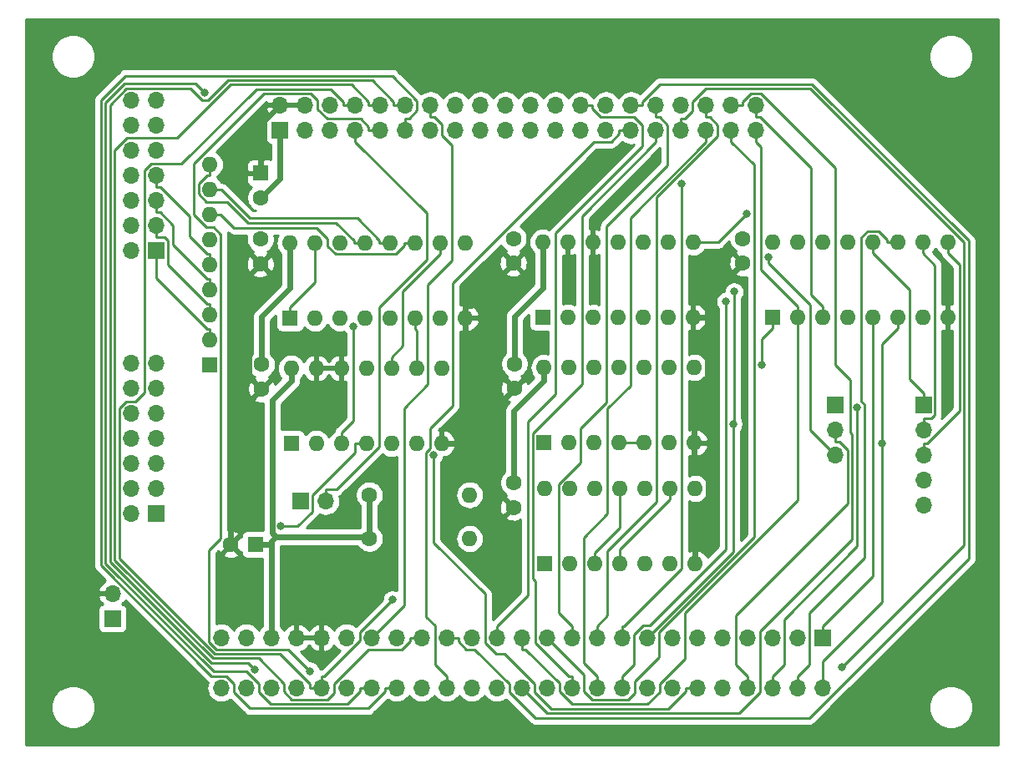
<source format=gbl>
G04 #@! TF.GenerationSoftware,KiCad,Pcbnew,(5.1.4-0)*
G04 #@! TF.CreationDate,2019-12-21T12:07:29+09:00*
G04 #@! TF.ProjectId,KZ80-MSXCTRG,4b5a3830-2d4d-4535-9843-5452472e6b69,rev?*
G04 #@! TF.SameCoordinates,Original*
G04 #@! TF.FileFunction,Copper,L2,Bot*
G04 #@! TF.FilePolarity,Positive*
%FSLAX46Y46*%
G04 Gerber Fmt 4.6, Leading zero omitted, Abs format (unit mm)*
G04 Created by KiCad (PCBNEW (5.1.4-0)) date 2019-12-21 12:07:29*
%MOMM*%
%LPD*%
G04 APERTURE LIST*
%ADD10O,1.600000X1.600000*%
%ADD11R,1.600000X1.600000*%
%ADD12C,1.600000*%
%ADD13O,1.700000X1.700000*%
%ADD14R,1.700000X1.700000*%
%ADD15C,0.800000*%
%ADD16C,0.600000*%
%ADD17C,0.250000*%
%ADD18C,0.254000*%
G04 APERTURE END LIST*
D10*
X170340000Y-126330000D03*
X185580000Y-133950000D03*
X172880000Y-126330000D03*
X183040000Y-133950000D03*
X175420000Y-126330000D03*
X180500000Y-133950000D03*
X177960000Y-126330000D03*
X177960000Y-133950000D03*
X180500000Y-126330000D03*
X175420000Y-133950000D03*
X183040000Y-126330000D03*
X172880000Y-133950000D03*
X185580000Y-126330000D03*
D11*
X170340000Y-133950000D03*
D10*
X162720000Y-131410000D03*
D12*
X152560000Y-131410000D03*
D10*
X162720000Y-126965000D03*
D12*
X152560000Y-126965000D03*
D13*
X148115000Y-127600000D03*
D14*
X145575000Y-127600000D03*
D12*
X167165000Y-125735000D03*
X167165000Y-128235000D03*
D14*
X126500000Y-139500000D03*
D13*
X126500000Y-136960000D03*
D12*
X138500000Y-132000000D03*
D11*
X141000000Y-132000000D03*
X141550000Y-94330000D03*
D12*
X141550000Y-96830000D03*
X167260000Y-116180000D03*
X167260000Y-113680000D03*
X167140000Y-100970000D03*
X167140000Y-103470000D03*
X141630000Y-116250000D03*
X141630000Y-113750000D03*
X190420000Y-100970000D03*
X190420000Y-103470000D03*
X141510000Y-103540000D03*
X141510000Y-101040000D03*
D14*
X198500000Y-141460000D03*
D13*
X198500000Y-146540000D03*
X195960000Y-141460000D03*
X195960000Y-146540000D03*
X193420000Y-141460000D03*
X193420000Y-146540000D03*
X190880000Y-141460000D03*
X190880000Y-146540000D03*
X188340000Y-141460000D03*
X188340000Y-146540000D03*
X185800000Y-141460000D03*
X185800000Y-146540000D03*
X183260000Y-141460000D03*
X183260000Y-146540000D03*
X180720000Y-141460000D03*
X180720000Y-146540000D03*
X178180000Y-141460000D03*
X178180000Y-146540000D03*
X175640000Y-141460000D03*
X175640000Y-146540000D03*
X173100000Y-141460000D03*
X173100000Y-146540000D03*
X170560000Y-141460000D03*
X170560000Y-146540000D03*
X168020000Y-141460000D03*
X168020000Y-146540000D03*
X165480000Y-141460000D03*
X165480000Y-146540000D03*
X162940000Y-141460000D03*
X162940000Y-146540000D03*
X160400000Y-141460000D03*
X160400000Y-146540000D03*
X157860000Y-141460000D03*
X157860000Y-146540000D03*
X155320000Y-141460000D03*
X155320000Y-146540000D03*
X152780000Y-141460000D03*
X152780000Y-146540000D03*
X150240000Y-141460000D03*
X150240000Y-146540000D03*
X147700000Y-141460000D03*
X147700000Y-146540000D03*
X145160000Y-141460000D03*
X145160000Y-146540000D03*
X142620000Y-141460000D03*
X142620000Y-146540000D03*
X140080000Y-141460000D03*
X140080000Y-146540000D03*
X137540000Y-141460000D03*
X137540000Y-146540000D03*
D14*
X199820000Y-117890000D03*
D13*
X199820000Y-120430000D03*
X199820000Y-122970000D03*
D14*
X208720000Y-117840000D03*
D13*
X208720000Y-120380000D03*
X208720000Y-122920000D03*
X208720000Y-125460000D03*
X208720000Y-128000000D03*
X128430000Y-86960000D03*
X130970000Y-86960000D03*
X128430000Y-89500000D03*
X130970000Y-89500000D03*
X128430000Y-92040000D03*
X130970000Y-92040000D03*
X128430000Y-94580000D03*
X130970000Y-94580000D03*
X128430000Y-97120000D03*
X130970000Y-97120000D03*
X128430000Y-99660000D03*
X130970000Y-99660000D03*
X128430000Y-102200000D03*
D14*
X130970000Y-102200000D03*
X130970000Y-128870000D03*
D13*
X128430000Y-128870000D03*
X130970000Y-126330000D03*
X128430000Y-126330000D03*
X130970000Y-123790000D03*
X128430000Y-123790000D03*
X130970000Y-121250000D03*
X128430000Y-121250000D03*
X130970000Y-118710000D03*
X128430000Y-118710000D03*
X130970000Y-116170000D03*
X128430000Y-116170000D03*
X130970000Y-113630000D03*
X128430000Y-113630000D03*
D14*
X143500000Y-90000000D03*
D13*
X143500000Y-87460000D03*
X146040000Y-90000000D03*
X146040000Y-87460000D03*
X148580000Y-90000000D03*
X148580000Y-87460000D03*
X151120000Y-90000000D03*
X151120000Y-87460000D03*
X153660000Y-90000000D03*
X153660000Y-87460000D03*
X156200000Y-90000000D03*
X156200000Y-87460000D03*
X158740000Y-90000000D03*
X158740000Y-87460000D03*
X161280000Y-90000000D03*
X161280000Y-87460000D03*
X163820000Y-90000000D03*
X163820000Y-87460000D03*
X166360000Y-90000000D03*
X166360000Y-87460000D03*
X168900000Y-90000000D03*
X168900000Y-87460000D03*
X171440000Y-90000000D03*
X171440000Y-87460000D03*
X173980000Y-90000000D03*
X173980000Y-87460000D03*
X176520000Y-90000000D03*
X176520000Y-87460000D03*
X179060000Y-90000000D03*
X179060000Y-87460000D03*
X181600000Y-90000000D03*
X181600000Y-87460000D03*
X184140000Y-90000000D03*
X184140000Y-87460000D03*
X186680000Y-90000000D03*
X186680000Y-87460000D03*
X189220000Y-90000000D03*
X189220000Y-87460000D03*
X191760000Y-90000000D03*
X191760000Y-87460000D03*
D11*
X170140000Y-108970000D03*
D10*
X185380000Y-101350000D03*
X172680000Y-108970000D03*
X182840000Y-101350000D03*
X175220000Y-108970000D03*
X180300000Y-101350000D03*
X177760000Y-108970000D03*
X177760000Y-101350000D03*
X180300000Y-108970000D03*
X175220000Y-101350000D03*
X182840000Y-108970000D03*
X172680000Y-101350000D03*
X185380000Y-108970000D03*
X170140000Y-101350000D03*
X170260000Y-114060000D03*
X185500000Y-121680000D03*
X172800000Y-114060000D03*
X182960000Y-121680000D03*
X175340000Y-114060000D03*
X180420000Y-121680000D03*
X177880000Y-114060000D03*
X177880000Y-121680000D03*
X180420000Y-114060000D03*
X175340000Y-121680000D03*
X182960000Y-114060000D03*
X172800000Y-121680000D03*
X185500000Y-114060000D03*
D11*
X170260000Y-121680000D03*
X144630000Y-121750000D03*
D10*
X159870000Y-114130000D03*
X147170000Y-121750000D03*
X157330000Y-114130000D03*
X149710000Y-121750000D03*
X154790000Y-114130000D03*
X152250000Y-121750000D03*
X152250000Y-114130000D03*
X154790000Y-121750000D03*
X149710000Y-114130000D03*
X157330000Y-121750000D03*
X147170000Y-114130000D03*
X159870000Y-121750000D03*
X144630000Y-114130000D03*
X144510000Y-101420000D03*
X162290000Y-109040000D03*
X147050000Y-101420000D03*
X159750000Y-109040000D03*
X149590000Y-101420000D03*
X157210000Y-109040000D03*
X152130000Y-101420000D03*
X154670000Y-109040000D03*
X154670000Y-101420000D03*
X152130000Y-109040000D03*
X157210000Y-101420000D03*
X149590000Y-109040000D03*
X159750000Y-101420000D03*
X147050000Y-109040000D03*
X162290000Y-101420000D03*
D11*
X144510000Y-109040000D03*
X193420000Y-108970000D03*
D10*
X211200000Y-101350000D03*
X195960000Y-108970000D03*
X208660000Y-101350000D03*
X198500000Y-108970000D03*
X206120000Y-101350000D03*
X201040000Y-108970000D03*
X203580000Y-101350000D03*
X203580000Y-108970000D03*
X201040000Y-101350000D03*
X206120000Y-108970000D03*
X198500000Y-101350000D03*
X208660000Y-108970000D03*
X195960000Y-101350000D03*
X211200000Y-108970000D03*
X193420000Y-101350000D03*
D11*
X136370000Y-113790000D03*
D10*
X136370000Y-111250000D03*
X136370000Y-108710000D03*
X136370000Y-106170000D03*
X136370000Y-103630000D03*
X136370000Y-101090000D03*
X136370000Y-98550000D03*
X136370000Y-96010000D03*
X136370000Y-93470000D03*
D15*
X192307700Y-113801700D03*
X188692700Y-107376100D03*
X204533700Y-121715000D03*
X150905500Y-109886900D03*
X122000000Y-94500000D03*
X209500000Y-89000000D03*
X209500000Y-143500000D03*
X123000000Y-144000000D03*
X159069100Y-122938000D03*
X143598300Y-130144000D03*
X201991500Y-118138800D03*
X189520500Y-106378500D03*
X189421000Y-119787900D03*
X154883600Y-137607100D03*
X146507400Y-144826300D03*
X140971200Y-144711700D03*
X135892100Y-86232700D03*
X200463400Y-144436500D03*
X184169000Y-95381500D03*
X190774500Y-98466500D03*
X192984500Y-102887800D03*
D16*
X142620000Y-132000000D02*
X142300300Y-132000000D01*
X143068500Y-131231800D02*
X142620000Y-131680300D01*
X142620000Y-131680300D02*
X142620000Y-132000000D01*
X142620000Y-132000000D02*
X142620000Y-140109700D01*
X142620000Y-141460000D02*
X142620000Y-140109700D01*
X144630000Y-115430300D02*
X142679600Y-117380700D01*
X142679600Y-117380700D02*
X142679600Y-130842900D01*
X142679600Y-130842900D02*
X143068500Y-131231800D01*
X152560000Y-131231800D02*
X152560000Y-126965000D01*
X152560000Y-131410000D02*
X152560000Y-131231800D01*
X143068500Y-131231800D02*
X152560000Y-131231800D01*
X141630000Y-113750000D02*
X141630000Y-108920000D01*
X141630000Y-108920000D02*
X144510000Y-106040000D01*
X144510000Y-106040000D02*
X144510000Y-101420000D01*
X141000000Y-132000000D02*
X142300300Y-132000000D01*
X144630000Y-114130000D02*
X144630000Y-115430300D01*
X170260000Y-114060000D02*
X170260000Y-115360300D01*
X167165000Y-125735000D02*
X167165000Y-118455300D01*
X167165000Y-118455300D02*
X170260000Y-115360300D01*
X167260000Y-113680000D02*
X167260000Y-108850000D01*
X167260000Y-108850000D02*
X170140000Y-105970000D01*
X170140000Y-105970000D02*
X170140000Y-101350000D01*
X141550000Y-96830000D02*
X143500000Y-94880000D01*
X143500000Y-94880000D02*
X143500000Y-90000000D01*
D17*
X136370000Y-110124700D02*
X136088700Y-110124700D01*
X136088700Y-110124700D02*
X130970000Y-105006000D01*
X130970000Y-105006000D02*
X130970000Y-103375300D01*
X130970000Y-102200000D02*
X130970000Y-103375300D01*
X157210000Y-109040000D02*
X157210000Y-110165300D01*
X157210000Y-110165300D02*
X157330000Y-110285300D01*
X157330000Y-110285300D02*
X157330000Y-114130000D01*
X136370000Y-111250000D02*
X136370000Y-110124700D01*
X130970000Y-99660000D02*
X130970000Y-100835300D01*
X136370000Y-108710000D02*
X136370000Y-107584700D01*
X136370000Y-107584700D02*
X136088700Y-107584700D01*
X136088700Y-107584700D02*
X132145300Y-103641300D01*
X132145300Y-103641300D02*
X132145300Y-101202500D01*
X132145300Y-101202500D02*
X131778100Y-100835300D01*
X131778100Y-100835300D02*
X130970000Y-100835300D01*
X130970000Y-97120000D02*
X130970000Y-98295300D01*
X136370000Y-106170000D02*
X136370000Y-105044700D01*
X136370000Y-105044700D02*
X136088700Y-105044700D01*
X136088700Y-105044700D02*
X132668600Y-101624600D01*
X132668600Y-101624600D02*
X132668600Y-99626600D01*
X132668600Y-99626600D02*
X131337300Y-98295300D01*
X131337300Y-98295300D02*
X130970000Y-98295300D01*
X130970000Y-94580000D02*
X130970000Y-95755300D01*
X136370000Y-103630000D02*
X136370000Y-102504700D01*
X136370000Y-102504700D02*
X136088700Y-102504700D01*
X136088700Y-102504700D02*
X134305800Y-100721800D01*
X134305800Y-100721800D02*
X134305800Y-98723800D01*
X134305800Y-98723800D02*
X131337300Y-95755300D01*
X131337300Y-95755300D02*
X130970000Y-95755300D01*
X154790000Y-114130000D02*
X154790000Y-113004700D01*
X159750000Y-101420000D02*
X159750000Y-102545300D01*
X159750000Y-102545300D02*
X155915300Y-106380000D01*
X155915300Y-106380000D02*
X155915300Y-111879400D01*
X155915300Y-111879400D02*
X154790000Y-113004700D01*
X156084700Y-101420000D02*
X156084700Y-101701300D01*
X156084700Y-101701300D02*
X155238600Y-102547400D01*
X155238600Y-102547400D02*
X149107400Y-102547400D01*
X149107400Y-102547400D02*
X148320200Y-101760200D01*
X148320200Y-101760200D02*
X148320200Y-101032700D01*
X148320200Y-101032700D02*
X147173800Y-99886300D01*
X147173800Y-99886300D02*
X138831600Y-99886300D01*
X138831600Y-99886300D02*
X137495300Y-98550000D01*
X157210000Y-101420000D02*
X156084700Y-101420000D01*
X136370000Y-98550000D02*
X137495300Y-98550000D01*
X153544700Y-101420000D02*
X153544700Y-101138600D01*
X153544700Y-101138600D02*
X151325900Y-98919800D01*
X151325900Y-98919800D02*
X140451600Y-98919800D01*
X140451600Y-98919800D02*
X137541900Y-96010100D01*
X137541900Y-96010100D02*
X137495300Y-96010100D01*
X137495300Y-96010100D02*
X137495300Y-96010000D01*
X154670000Y-101420000D02*
X153544700Y-101420000D01*
X136370000Y-96010000D02*
X137495300Y-96010000D01*
X151004700Y-101420000D02*
X151004700Y-101215700D01*
X151004700Y-101215700D02*
X149159100Y-99370100D01*
X149159100Y-99370100D02*
X140265000Y-99370100D01*
X140265000Y-99370100D02*
X138174900Y-97280000D01*
X138174900Y-97280000D02*
X136048200Y-97280000D01*
X136048200Y-97280000D02*
X135244700Y-96476500D01*
X135244700Y-96476500D02*
X135244700Y-95439200D01*
X135244700Y-95439200D02*
X136088600Y-94595300D01*
X136088600Y-94595300D02*
X136370000Y-94595300D01*
X136370000Y-93470000D02*
X136370000Y-94595300D01*
X152130000Y-101420000D02*
X151004700Y-101420000D01*
X193420000Y-108970000D02*
X193420000Y-110095300D01*
X193420000Y-110095300D02*
X192307700Y-111207600D01*
X192307700Y-111207600D02*
X192307700Y-113801700D01*
X208720000Y-122920000D02*
X208720000Y-121744700D01*
X211200000Y-101350000D02*
X211200000Y-102475300D01*
X211200000Y-102475300D02*
X212372900Y-103648200D01*
X212372900Y-103648200D02*
X212372900Y-118459100D01*
X212372900Y-118459100D02*
X209087300Y-121744700D01*
X209087300Y-121744700D02*
X208720000Y-121744700D01*
X195960000Y-108970000D02*
X195960000Y-127513100D01*
X195960000Y-127513100D02*
X184530000Y-138943100D01*
X184530000Y-138943100D02*
X184530000Y-143573300D01*
X184530000Y-143573300D02*
X181990000Y-146113300D01*
X181990000Y-146113300D02*
X181990000Y-146940000D01*
X181990000Y-146940000D02*
X180731400Y-148198600D01*
X180731400Y-148198600D02*
X173094000Y-148198600D01*
X173094000Y-148198600D02*
X171830000Y-146934600D01*
X171830000Y-146934600D02*
X171830000Y-146078000D01*
X171830000Y-146078000D02*
X168387300Y-142635300D01*
X168387300Y-142635300D02*
X168020000Y-142635300D01*
X195960000Y-108970000D02*
X195960000Y-107844700D01*
X195960000Y-107844700D02*
X192247100Y-104131800D01*
X192247100Y-104131800D02*
X192247100Y-91662400D01*
X192247100Y-91662400D02*
X191760000Y-91175300D01*
X191760000Y-90000000D02*
X191760000Y-91175300D01*
X168020000Y-141460000D02*
X168020000Y-142635300D01*
X208720000Y-120380000D02*
X208720000Y-119204700D01*
X208660000Y-101350000D02*
X208660000Y-102475300D01*
X208660000Y-102475300D02*
X209895300Y-103710600D01*
X209895300Y-103710600D02*
X209895300Y-118837500D01*
X209895300Y-118837500D02*
X209528100Y-119204700D01*
X209528100Y-119204700D02*
X208720000Y-119204700D01*
X188692700Y-107376100D02*
X188692700Y-132470000D01*
X188692700Y-132470000D02*
X180954900Y-140207800D01*
X180954900Y-140207800D02*
X180278600Y-140207800D01*
X180278600Y-140207800D02*
X179355300Y-141131100D01*
X179355300Y-141131100D02*
X179355300Y-144189400D01*
X179355300Y-144189400D02*
X178180000Y-145364700D01*
X191760000Y-88635300D02*
X192127300Y-88635300D01*
X192127300Y-88635300D02*
X197320200Y-93828200D01*
X197320200Y-93828200D02*
X197320200Y-106665000D01*
X197320200Y-106665000D02*
X197320300Y-106665000D01*
X197320300Y-106665000D02*
X198500000Y-107844700D01*
X178180000Y-146540000D02*
X178180000Y-145364700D01*
X191760000Y-87460000D02*
X191760000Y-88635300D01*
X198500000Y-108970000D02*
X198500000Y-107844700D01*
X195960000Y-145364700D02*
X197135300Y-144189400D01*
X197135300Y-144189400D02*
X197135300Y-138955800D01*
X197135300Y-138955800D02*
X202722900Y-133368200D01*
X202722900Y-133368200D02*
X202722900Y-117813500D01*
X202722900Y-117813500D02*
X202441100Y-117531700D01*
X202441100Y-117531700D02*
X202441100Y-100866700D01*
X202441100Y-100866700D02*
X203088300Y-100219500D01*
X203088300Y-100219500D02*
X204145500Y-100219500D01*
X204145500Y-100219500D02*
X204994700Y-101068700D01*
X204994700Y-101068700D02*
X204994700Y-101350000D01*
X195960000Y-146540000D02*
X195960000Y-145364700D01*
X206120000Y-101350000D02*
X204994700Y-101350000D01*
X208720000Y-117840000D02*
X208720000Y-116664700D01*
X203580000Y-101350000D02*
X203580000Y-102475300D01*
X203580000Y-102475300D02*
X207293400Y-106188700D01*
X207293400Y-106188700D02*
X207293400Y-115238100D01*
X207293400Y-115238100D02*
X208720000Y-116664700D01*
X198500000Y-141460000D02*
X198500000Y-140284700D01*
X203580000Y-108970000D02*
X203580000Y-135204700D01*
X203580000Y-135204700D02*
X198500000Y-140284700D01*
X204533700Y-121715000D02*
X204533700Y-137839700D01*
X204533700Y-137839700D02*
X198500000Y-143873400D01*
X198500000Y-143873400D02*
X198500000Y-146540000D01*
X206120000Y-110095300D02*
X204533700Y-111681600D01*
X204533700Y-111681600D02*
X204533700Y-121715000D01*
X206120000Y-108970000D02*
X206120000Y-110095300D01*
X149710000Y-120624700D02*
X150905500Y-119429200D01*
X150905500Y-119429200D02*
X150905500Y-109886900D01*
X149710000Y-121750000D02*
X149710000Y-120624700D01*
D16*
X141630000Y-116250000D02*
X140320900Y-114940900D01*
X140320900Y-114940900D02*
X140320900Y-104729100D01*
X140320900Y-104729100D02*
X141510000Y-103540000D01*
X141630000Y-116250000D02*
X138500000Y-119380000D01*
X138500000Y-119380000D02*
X138500000Y-132000000D01*
X186800300Y-108970000D02*
X186800300Y-107089700D01*
X186800300Y-107089700D02*
X190420000Y-103470000D01*
X185500000Y-120379700D02*
X186800300Y-119079400D01*
X186800300Y-119079400D02*
X186800300Y-108970000D01*
X186680300Y-108970000D02*
X186800300Y-108970000D01*
X185380000Y-108970000D02*
X186680300Y-108970000D01*
X185500000Y-121680000D02*
X185500000Y-120379700D01*
X185580000Y-133950000D02*
X185580000Y-132649700D01*
X185500000Y-121680000D02*
X185500000Y-122980300D01*
X185500000Y-122980300D02*
X186880300Y-124360600D01*
X186880300Y-124360600D02*
X186880300Y-131349400D01*
X186880300Y-131349400D02*
X185580000Y-132649700D01*
X162290000Y-109040000D02*
X162290000Y-107739700D01*
X167140000Y-103470000D02*
X162870300Y-107739700D01*
X162870300Y-107739700D02*
X162290000Y-107739700D01*
X161789900Y-121750000D02*
X167260000Y-116279900D01*
X167260000Y-116279900D02*
X167260000Y-116180000D01*
X161789900Y-121750000D02*
X161789900Y-122859900D01*
X161789900Y-122859900D02*
X167165000Y-128235000D01*
X161170300Y-121750000D02*
X161789900Y-121750000D01*
X162290000Y-109040000D02*
X162290000Y-111210000D01*
X162290000Y-111210000D02*
X167260000Y-116180000D01*
X141550000Y-94330000D02*
X141550000Y-89410000D01*
X141550000Y-89410000D02*
X143500000Y-87460000D01*
X159870000Y-121750000D02*
X161170300Y-121750000D01*
D17*
X144510000Y-109040000D02*
X144510000Y-107914700D01*
X144510000Y-107914700D02*
X147050000Y-105374700D01*
X147050000Y-105374700D02*
X147050000Y-101420000D01*
X184624700Y-146540000D02*
X184624700Y-146907300D01*
X184624700Y-146907300D02*
X182872700Y-148659300D01*
X182872700Y-148659300D02*
X170971000Y-148659300D01*
X170971000Y-148659300D02*
X169290000Y-146978300D01*
X169290000Y-146978300D02*
X169290000Y-146145300D01*
X169290000Y-146145300D02*
X166268300Y-143123600D01*
X166268300Y-143123600D02*
X165433900Y-143123600D01*
X165433900Y-143123600D02*
X164286900Y-141976600D01*
X164286900Y-141976600D02*
X164286900Y-137033200D01*
X164286900Y-137033200D02*
X159069100Y-131815400D01*
X159069100Y-131815400D02*
X159069100Y-122938000D01*
X185800000Y-146540000D02*
X184624700Y-146540000D01*
X151124700Y-121750000D02*
X151124700Y-122653500D01*
X151124700Y-122653500D02*
X146750400Y-127027800D01*
X146750400Y-127027800D02*
X146750400Y-128671000D01*
X146750400Y-128671000D02*
X145277400Y-130144000D01*
X145277400Y-130144000D02*
X143598300Y-130144000D01*
X152250000Y-121750000D02*
X151124700Y-121750000D01*
X177880000Y-121680000D02*
X180420000Y-121680000D01*
X193420000Y-145364700D02*
X194595300Y-144189400D01*
X194595300Y-144189400D02*
X194595300Y-139582600D01*
X194595300Y-139582600D02*
X201991500Y-132186400D01*
X201991500Y-132186400D02*
X201991500Y-118138800D01*
X193420000Y-146540000D02*
X193420000Y-145364700D01*
X189421000Y-119787900D02*
X189421000Y-132759000D01*
X189421000Y-132759000D02*
X180720000Y-141460000D01*
X189520500Y-106378500D02*
X189520500Y-119688400D01*
X189520500Y-119688400D02*
X189421000Y-119787900D01*
X149944700Y-87460000D02*
X149944700Y-87092700D01*
X149944700Y-87092700D02*
X148678700Y-85826700D01*
X148678700Y-85826700D02*
X141082500Y-85826700D01*
X141082500Y-85826700D02*
X133504600Y-93404600D01*
X133504600Y-93404600D02*
X130474600Y-93404600D01*
X130474600Y-93404600D02*
X129794600Y-94084600D01*
X129794600Y-94084600D02*
X129794600Y-116557900D01*
X129794600Y-116557900D02*
X128853300Y-117499200D01*
X128853300Y-117499200D02*
X127911900Y-117499200D01*
X127911900Y-117499200D02*
X127197300Y-118213800D01*
X127197300Y-118213800D02*
X127197300Y-133419800D01*
X127197300Y-133419800D02*
X136863100Y-143085600D01*
X136863100Y-143085600D02*
X143437600Y-143085600D01*
X143437600Y-143085600D02*
X146524700Y-146172700D01*
X146524700Y-146172700D02*
X146524700Y-146540000D01*
X147700000Y-145364700D02*
X148003000Y-145364700D01*
X148003000Y-145364700D02*
X151594200Y-141773500D01*
X151594200Y-141773500D02*
X151594200Y-140896500D01*
X151594200Y-140896500D02*
X154883600Y-137607100D01*
X177960000Y-126330000D02*
X177960000Y-130284700D01*
X177960000Y-130284700D02*
X175420000Y-132824700D01*
X147700000Y-146540000D02*
X147700000Y-145364700D01*
X147700000Y-146540000D02*
X147112400Y-146540000D01*
X147112400Y-146540000D02*
X146524700Y-146540000D01*
X175420000Y-133950000D02*
X175420000Y-132824700D01*
X151120000Y-87460000D02*
X149944700Y-87460000D01*
X153660000Y-90000000D02*
X152484700Y-90000000D01*
X152484700Y-90000000D02*
X152484700Y-89632600D01*
X152484700Y-89632600D02*
X151676800Y-88824700D01*
X151676800Y-88824700D02*
X148280500Y-88824700D01*
X148280500Y-88824700D02*
X147310000Y-87854200D01*
X147310000Y-87854200D02*
X147310000Y-86992100D01*
X147310000Y-86992100D02*
X146594900Y-86277000D01*
X146594900Y-86277000D02*
X141904200Y-86277000D01*
X141904200Y-86277000D02*
X134756200Y-93425000D01*
X134756200Y-93425000D02*
X134756200Y-98581900D01*
X134756200Y-98581900D02*
X135994300Y-99820000D01*
X135994300Y-99820000D02*
X136744900Y-99820000D01*
X136744900Y-99820000D02*
X137495400Y-100570500D01*
X137495400Y-100570500D02*
X137495400Y-131382600D01*
X137495400Y-131382600D02*
X136301400Y-132576600D01*
X136301400Y-132576600D02*
X136301400Y-141887000D01*
X136301400Y-141887000D02*
X137049700Y-142635300D01*
X137049700Y-142635300D02*
X144316400Y-142635300D01*
X144316400Y-142635300D02*
X146507400Y-144826300D01*
X152484700Y-87460000D02*
X152484700Y-87092700D01*
X152484700Y-87092700D02*
X150768400Y-85376400D01*
X150768400Y-85376400D02*
X138447200Y-85376400D01*
X138447200Y-85376400D02*
X133053600Y-90770000D01*
X133053600Y-90770000D02*
X128019500Y-90770000D01*
X128019500Y-90770000D02*
X126736400Y-92053100D01*
X126736400Y-92053100D02*
X126736400Y-133595800D01*
X126736400Y-133595800D02*
X136676500Y-143535900D01*
X136676500Y-143535900D02*
X141324700Y-143535900D01*
X141324700Y-143535900D02*
X143890000Y-146101200D01*
X143890000Y-146101200D02*
X143890000Y-146932200D01*
X143890000Y-146932200D02*
X144676900Y-147719100D01*
X144676900Y-147719100D02*
X148282100Y-147719100D01*
X148282100Y-147719100D02*
X148970000Y-147031200D01*
X148970000Y-147031200D02*
X148970000Y-146145800D01*
X148970000Y-146145800D02*
X152480500Y-142635300D01*
X152480500Y-142635300D02*
X155876800Y-142635300D01*
X155876800Y-142635300D02*
X156684700Y-141827400D01*
X156684700Y-141827400D02*
X156684700Y-141460000D01*
X153660000Y-87460000D02*
X152484700Y-87460000D01*
X157860000Y-141460000D02*
X156684700Y-141460000D01*
X156200000Y-88824700D02*
X156567300Y-88824700D01*
X156567300Y-88824700D02*
X157400600Y-87991400D01*
X157400600Y-87991400D02*
X157400600Y-86998300D01*
X157400600Y-86998300D02*
X154878100Y-84475800D01*
X154878100Y-84475800D02*
X127828700Y-84475800D01*
X127828700Y-84475800D02*
X125353500Y-86951000D01*
X125353500Y-86951000D02*
X125353500Y-134123600D01*
X125353500Y-134123600D02*
X136567100Y-145337200D01*
X136567100Y-145337200D02*
X138014800Y-145337200D01*
X138014800Y-145337200D02*
X138810000Y-146132400D01*
X138810000Y-146132400D02*
X138810000Y-146977100D01*
X138810000Y-146977100D02*
X140457500Y-148624600D01*
X140457500Y-148624600D02*
X152427400Y-148624600D01*
X152427400Y-148624600D02*
X154144700Y-146907300D01*
X154144700Y-146907300D02*
X154144700Y-146540000D01*
X155320000Y-146540000D02*
X154144700Y-146540000D01*
X156200000Y-90000000D02*
X156200000Y-88824700D01*
X155024700Y-87460000D02*
X155024700Y-87092700D01*
X155024700Y-87092700D02*
X152858100Y-84926100D01*
X152858100Y-84926100D02*
X138260600Y-84926100D01*
X138260600Y-84926100D02*
X136215500Y-86971200D01*
X136215500Y-86971200D02*
X135604900Y-86971200D01*
X135604900Y-86971200D02*
X134394600Y-85760900D01*
X134394600Y-85760900D02*
X127932800Y-85760900D01*
X127932800Y-85760900D02*
X126261300Y-87432400D01*
X126261300Y-87432400D02*
X126261300Y-133757600D01*
X126261300Y-133757600D02*
X136489900Y-143986200D01*
X136489900Y-143986200D02*
X140245700Y-143986200D01*
X140245700Y-143986200D02*
X140971200Y-144711700D01*
X156200000Y-87460000D02*
X155024700Y-87460000D01*
X135892100Y-86232700D02*
X134944700Y-85285300D01*
X134944700Y-85285300D02*
X127715600Y-85285300D01*
X127715600Y-85285300D02*
X125806000Y-87194900D01*
X125806000Y-87194900D02*
X125806000Y-133939200D01*
X125806000Y-133939200D02*
X136753700Y-144886900D01*
X136753700Y-144886900D02*
X140103100Y-144886900D01*
X140103100Y-144886900D02*
X141350000Y-146133800D01*
X141350000Y-146133800D02*
X141350000Y-146946400D01*
X141350000Y-146946400D02*
X142573200Y-148169600D01*
X142573200Y-148169600D02*
X150342600Y-148169600D01*
X150342600Y-148169600D02*
X151604700Y-146907500D01*
X151604700Y-146907500D02*
X151604700Y-146540000D01*
X152780000Y-146540000D02*
X151604700Y-146540000D01*
X158740000Y-87460000D02*
X158740000Y-88635300D01*
X152780000Y-141460000D02*
X156060000Y-138180000D01*
X156060000Y-138180000D02*
X156060000Y-118168300D01*
X156060000Y-118168300D02*
X158480000Y-115748300D01*
X158480000Y-115748300D02*
X158480000Y-105665800D01*
X158480000Y-105665800D02*
X160899600Y-103246200D01*
X160899600Y-103246200D02*
X160899600Y-91519800D01*
X160899600Y-91519800D02*
X159915300Y-90535500D01*
X159915300Y-90535500D02*
X159915300Y-89443200D01*
X159915300Y-89443200D02*
X159107400Y-88635300D01*
X159107400Y-88635300D02*
X158740000Y-88635300D01*
X165480000Y-141460000D02*
X165480000Y-140284700D01*
X173980000Y-87460000D02*
X175155300Y-87460000D01*
X175155300Y-87460000D02*
X175155300Y-87827400D01*
X175155300Y-87827400D02*
X175963200Y-88635300D01*
X175963200Y-88635300D02*
X179396300Y-88635300D01*
X179396300Y-88635300D02*
X180236900Y-89475900D01*
X180236900Y-89475900D02*
X180236900Y-91639200D01*
X180236900Y-91639200D02*
X171429600Y-100446500D01*
X171429600Y-100446500D02*
X171429600Y-116759200D01*
X171429600Y-116759200D02*
X168638000Y-119550800D01*
X168638000Y-119550800D02*
X168638000Y-137126700D01*
X168638000Y-137126700D02*
X165480000Y-140284700D01*
X160400000Y-145364700D02*
X159224700Y-144189400D01*
X159224700Y-144189400D02*
X159224700Y-140229000D01*
X159224700Y-140229000D02*
X158332800Y-139337100D01*
X158332800Y-139337100D02*
X158332800Y-122648600D01*
X158332800Y-122648600D02*
X158720200Y-122261200D01*
X158720200Y-122261200D02*
X158720200Y-120210600D01*
X158720200Y-120210600D02*
X160995300Y-117935500D01*
X160995300Y-117935500D02*
X160995300Y-105460800D01*
X160995300Y-105460800D02*
X175280800Y-91175300D01*
X175280800Y-91175300D02*
X177076800Y-91175300D01*
X177076800Y-91175300D02*
X177884700Y-90367400D01*
X177884700Y-90367400D02*
X177884700Y-90000000D01*
X160400000Y-146540000D02*
X160400000Y-145364700D01*
X179060000Y-90000000D02*
X177884700Y-90000000D01*
X160400000Y-141460000D02*
X161575300Y-141460000D01*
X179060000Y-87460000D02*
X180235300Y-87460000D01*
X180235300Y-87460000D02*
X180235300Y-87092700D01*
X180235300Y-87092700D02*
X181991100Y-85336900D01*
X181991100Y-85336900D02*
X197444100Y-85336900D01*
X197444100Y-85336900D02*
X213309600Y-101202400D01*
X213309600Y-101202400D02*
X213309600Y-133456400D01*
X213309600Y-133456400D02*
X197179000Y-149587000D01*
X197179000Y-149587000D02*
X169358800Y-149587000D01*
X169358800Y-149587000D02*
X166750000Y-146978200D01*
X166750000Y-146978200D02*
X166750000Y-146145300D01*
X166750000Y-146145300D02*
X163240000Y-142635300D01*
X163240000Y-142635300D02*
X162383200Y-142635300D01*
X162383200Y-142635300D02*
X161575300Y-141827400D01*
X161575300Y-141827400D02*
X161575300Y-141460000D01*
X173100000Y-145364700D02*
X172732700Y-145364700D01*
X172732700Y-145364700D02*
X169342400Y-141974400D01*
X169342400Y-141974400D02*
X169342400Y-135696400D01*
X169342400Y-135696400D02*
X169117300Y-135471300D01*
X169117300Y-135471300D02*
X169117300Y-120719900D01*
X169117300Y-120719900D02*
X174094600Y-115742600D01*
X174094600Y-115742600D02*
X174094600Y-98680700D01*
X174094600Y-98680700D02*
X181600000Y-91175300D01*
X181600000Y-90000000D02*
X181600000Y-91175300D01*
X173100000Y-146540000D02*
X173100000Y-145364700D01*
X173100000Y-140284700D02*
X171746800Y-138931500D01*
X171746800Y-138931500D02*
X171746800Y-125868500D01*
X171746800Y-125868500D02*
X173941400Y-123673900D01*
X173941400Y-123673900D02*
X173941400Y-120235800D01*
X173941400Y-120235800D02*
X176610000Y-117567200D01*
X176610000Y-117567200D02*
X176610000Y-99702500D01*
X176610000Y-99702500D02*
X182790600Y-93521900D01*
X182790600Y-93521900D02*
X182790600Y-89458600D01*
X182790600Y-89458600D02*
X181967300Y-88635300D01*
X181967300Y-88635300D02*
X181600000Y-88635300D01*
X181600000Y-87460000D02*
X181600000Y-88635300D01*
X173100000Y-141460000D02*
X173100000Y-140284700D01*
X184140000Y-88824700D02*
X184507400Y-88824700D01*
X184507400Y-88824700D02*
X185315300Y-88016800D01*
X185315300Y-88016800D02*
X185315300Y-87130300D01*
X185315300Y-87130300D02*
X186658300Y-85787300D01*
X186658300Y-85787300D02*
X197257600Y-85787300D01*
X197257600Y-85787300D02*
X212823300Y-101353000D01*
X212823300Y-101353000D02*
X212823300Y-132076600D01*
X212823300Y-132076600D02*
X200463400Y-144436500D01*
X184140000Y-90000000D02*
X184140000Y-88824700D01*
X178180000Y-140284700D02*
X178326900Y-140284700D01*
X178326900Y-140284700D02*
X184169000Y-134442600D01*
X184169000Y-134442600D02*
X184169000Y-95381500D01*
X178180000Y-141460000D02*
X178180000Y-140284700D01*
X186680000Y-91175300D02*
X179005700Y-98849600D01*
X179005700Y-98849600D02*
X179005700Y-115885200D01*
X179005700Y-115885200D02*
X176690000Y-118200900D01*
X176690000Y-118200900D02*
X176690000Y-128877200D01*
X176690000Y-128877200D02*
X174275400Y-131291800D01*
X174275400Y-131291800D02*
X174275400Y-144000100D01*
X174275400Y-144000100D02*
X175640000Y-145364700D01*
X175640000Y-146540000D02*
X175640000Y-145364700D01*
X186680000Y-90000000D02*
X186680000Y-91175300D01*
X175640000Y-141460000D02*
X175640000Y-140284700D01*
X186680000Y-87460000D02*
X186680000Y-88635300D01*
X186680000Y-88635300D02*
X187047300Y-88635300D01*
X187047300Y-88635300D02*
X187874000Y-89462000D01*
X187874000Y-89462000D02*
X187874000Y-90618200D01*
X187874000Y-90618200D02*
X181690000Y-96802200D01*
X181690000Y-96802200D02*
X181690000Y-127684700D01*
X181690000Y-127684700D02*
X176690000Y-132684700D01*
X176690000Y-132684700D02*
X176690000Y-139234700D01*
X176690000Y-139234700D02*
X175640000Y-140284700D01*
X189220000Y-90000000D02*
X189220000Y-91175300D01*
X189220000Y-91175300D02*
X191549800Y-93505100D01*
X191549800Y-93505100D02*
X191549800Y-131267100D01*
X191549800Y-131267100D02*
X181895300Y-140921600D01*
X181895300Y-140921600D02*
X181895300Y-143464500D01*
X181895300Y-143464500D02*
X179450000Y-145909800D01*
X179450000Y-145909800D02*
X179450000Y-147038400D01*
X179450000Y-147038400D02*
X178740200Y-147748200D01*
X178740200Y-147748200D02*
X175178200Y-147748200D01*
X175178200Y-147748200D02*
X174285800Y-146855800D01*
X174285800Y-146855800D02*
X174285800Y-145185800D01*
X174285800Y-145185800D02*
X170560000Y-141460000D01*
X190395300Y-87460000D02*
X190395300Y-87092700D01*
X190395300Y-87092700D02*
X191250300Y-86237700D01*
X191250300Y-86237700D02*
X192234200Y-86237700D01*
X192234200Y-86237700D02*
X199770000Y-93773500D01*
X199770000Y-93773500D02*
X199770000Y-113834400D01*
X199770000Y-113834400D02*
X201262500Y-115326900D01*
X201262500Y-115326900D02*
X201262500Y-120652500D01*
X201262500Y-120652500D02*
X201471400Y-120861400D01*
X201471400Y-120861400D02*
X201471400Y-131508400D01*
X201471400Y-131508400D02*
X192150000Y-140829800D01*
X192150000Y-140829800D02*
X192150000Y-146975500D01*
X192150000Y-146975500D02*
X190011800Y-149113700D01*
X190011800Y-149113700D02*
X170593700Y-149113700D01*
X170593700Y-149113700D02*
X168020000Y-146540000D01*
X189220000Y-87460000D02*
X190395300Y-87460000D01*
X190880000Y-146540000D02*
X190880000Y-145364700D01*
X199820000Y-120430000D02*
X199820000Y-121605300D01*
X199820000Y-121605300D02*
X200187300Y-121605300D01*
X200187300Y-121605300D02*
X201011300Y-122429300D01*
X201011300Y-122429300D02*
X201011300Y-127845800D01*
X201011300Y-127845800D02*
X189704700Y-139152400D01*
X189704700Y-139152400D02*
X189704700Y-144189400D01*
X189704700Y-144189400D02*
X190880000Y-145364700D01*
X185380000Y-101350000D02*
X187891000Y-101350000D01*
X187891000Y-101350000D02*
X190774500Y-98466500D01*
X192984500Y-102887800D02*
X192984500Y-103459200D01*
X192984500Y-103459200D02*
X197230000Y-107704700D01*
X197230000Y-107704700D02*
X197230000Y-120380000D01*
X197230000Y-120380000D02*
X199820000Y-122970000D01*
X148115000Y-127600000D02*
X148115000Y-126424700D01*
X151120000Y-90000000D02*
X151120000Y-91175300D01*
X151120000Y-91175300D02*
X158369100Y-98424400D01*
X158369100Y-98424400D02*
X158369100Y-103108700D01*
X158369100Y-103108700D02*
X153520000Y-107957800D01*
X153520000Y-107957800D02*
X153520000Y-122121500D01*
X153520000Y-122121500D02*
X149216800Y-126424700D01*
X149216800Y-126424700D02*
X148115000Y-126424700D01*
X183040000Y-126330000D02*
X183040000Y-127455300D01*
X183040000Y-127455300D02*
X177960000Y-132535300D01*
X177960000Y-132535300D02*
X177960000Y-133950000D01*
D18*
G36*
X216290001Y-152290000D02*
G01*
X117710000Y-152290000D01*
X117710000Y-148279872D01*
X120265000Y-148279872D01*
X120265000Y-148720128D01*
X120350890Y-149151925D01*
X120519369Y-149558669D01*
X120763962Y-149924729D01*
X121075271Y-150236038D01*
X121441331Y-150480631D01*
X121848075Y-150649110D01*
X122279872Y-150735000D01*
X122720128Y-150735000D01*
X123151925Y-150649110D01*
X123558669Y-150480631D01*
X123924729Y-150236038D01*
X124236038Y-149924729D01*
X124480631Y-149558669D01*
X124649110Y-149151925D01*
X124735000Y-148720128D01*
X124735000Y-148279872D01*
X124649110Y-147848075D01*
X124480631Y-147441331D01*
X124236038Y-147075271D01*
X123924729Y-146763962D01*
X123558669Y-146519369D01*
X123151925Y-146350890D01*
X122720128Y-146265000D01*
X122279872Y-146265000D01*
X121848075Y-146350890D01*
X121441331Y-146519369D01*
X121075271Y-146763962D01*
X120763962Y-147075271D01*
X120519369Y-147441331D01*
X120350890Y-147848075D01*
X120265000Y-148279872D01*
X117710000Y-148279872D01*
X117710000Y-86951000D01*
X124589824Y-86951000D01*
X124593500Y-86988322D01*
X124593501Y-134086267D01*
X124589824Y-134123600D01*
X124604498Y-134272585D01*
X124647954Y-134415846D01*
X124718526Y-134547876D01*
X124789701Y-134634602D01*
X124813500Y-134663601D01*
X124842498Y-134687399D01*
X125807453Y-135652354D01*
X125618645Y-135764822D01*
X125402412Y-135959731D01*
X125228359Y-136193080D01*
X125103175Y-136455901D01*
X125058524Y-136603110D01*
X125179845Y-136833000D01*
X126373000Y-136833000D01*
X126373000Y-136813000D01*
X126627000Y-136813000D01*
X126627000Y-136833000D01*
X126647000Y-136833000D01*
X126647000Y-137087000D01*
X126627000Y-137087000D01*
X126627000Y-137107000D01*
X126373000Y-137107000D01*
X126373000Y-137087000D01*
X125179845Y-137087000D01*
X125058524Y-137316890D01*
X125103175Y-137464099D01*
X125228359Y-137726920D01*
X125402412Y-137960269D01*
X125486466Y-138036034D01*
X125405820Y-138060498D01*
X125295506Y-138119463D01*
X125198815Y-138198815D01*
X125119463Y-138295506D01*
X125060498Y-138405820D01*
X125024188Y-138525518D01*
X125011928Y-138650000D01*
X125011928Y-140350000D01*
X125024188Y-140474482D01*
X125060498Y-140594180D01*
X125119463Y-140704494D01*
X125198815Y-140801185D01*
X125295506Y-140880537D01*
X125405820Y-140939502D01*
X125525518Y-140975812D01*
X125650000Y-140988072D01*
X127350000Y-140988072D01*
X127474482Y-140975812D01*
X127594180Y-140939502D01*
X127704494Y-140880537D01*
X127801185Y-140801185D01*
X127880537Y-140704494D01*
X127939502Y-140594180D01*
X127975812Y-140474482D01*
X127988072Y-140350000D01*
X127988072Y-138650000D01*
X127975812Y-138525518D01*
X127939502Y-138405820D01*
X127880537Y-138295506D01*
X127801185Y-138198815D01*
X127704494Y-138119463D01*
X127594180Y-138060498D01*
X127513534Y-138036034D01*
X127597588Y-137960269D01*
X127771641Y-137726920D01*
X127807253Y-137652154D01*
X136003300Y-145848202D01*
X136027099Y-145877201D01*
X136142824Y-145972174D01*
X136157972Y-145980271D01*
X136076487Y-146248889D01*
X136047815Y-146540000D01*
X136076487Y-146831111D01*
X136161401Y-147111034D01*
X136299294Y-147369014D01*
X136484866Y-147595134D01*
X136710986Y-147780706D01*
X136968966Y-147918599D01*
X137248889Y-148003513D01*
X137467050Y-148025000D01*
X137612950Y-148025000D01*
X137831111Y-148003513D01*
X138111034Y-147918599D01*
X138369014Y-147780706D01*
X138462271Y-147704172D01*
X139893701Y-149135603D01*
X139917499Y-149164601D01*
X140033224Y-149259574D01*
X140165253Y-149330146D01*
X140308514Y-149373603D01*
X140420167Y-149384600D01*
X140420177Y-149384600D01*
X140457500Y-149388276D01*
X140494823Y-149384600D01*
X152390078Y-149384600D01*
X152427400Y-149388276D01*
X152464722Y-149384600D01*
X152464733Y-149384600D01*
X152576386Y-149373603D01*
X152719647Y-149330146D01*
X152851676Y-149259574D01*
X152967401Y-149164601D01*
X152991204Y-149135597D01*
X154411406Y-147715396D01*
X154490986Y-147780706D01*
X154748966Y-147918599D01*
X155028889Y-148003513D01*
X155247050Y-148025000D01*
X155392950Y-148025000D01*
X155611111Y-148003513D01*
X155891034Y-147918599D01*
X156149014Y-147780706D01*
X156375134Y-147595134D01*
X156560706Y-147369014D01*
X156590000Y-147314209D01*
X156619294Y-147369014D01*
X156804866Y-147595134D01*
X157030986Y-147780706D01*
X157288966Y-147918599D01*
X157568889Y-148003513D01*
X157787050Y-148025000D01*
X157932950Y-148025000D01*
X158151111Y-148003513D01*
X158431034Y-147918599D01*
X158689014Y-147780706D01*
X158915134Y-147595134D01*
X159100706Y-147369014D01*
X159130000Y-147314209D01*
X159159294Y-147369014D01*
X159344866Y-147595134D01*
X159570986Y-147780706D01*
X159828966Y-147918599D01*
X160108889Y-148003513D01*
X160327050Y-148025000D01*
X160472950Y-148025000D01*
X160691111Y-148003513D01*
X160971034Y-147918599D01*
X161229014Y-147780706D01*
X161455134Y-147595134D01*
X161640706Y-147369014D01*
X161670000Y-147314209D01*
X161699294Y-147369014D01*
X161884866Y-147595134D01*
X162110986Y-147780706D01*
X162368966Y-147918599D01*
X162648889Y-148003513D01*
X162867050Y-148025000D01*
X163012950Y-148025000D01*
X163231111Y-148003513D01*
X163511034Y-147918599D01*
X163769014Y-147780706D01*
X163995134Y-147595134D01*
X164180706Y-147369014D01*
X164210000Y-147314209D01*
X164239294Y-147369014D01*
X164424866Y-147595134D01*
X164650986Y-147780706D01*
X164908966Y-147918599D01*
X165188889Y-148003513D01*
X165407050Y-148025000D01*
X165552950Y-148025000D01*
X165771111Y-148003513D01*
X166051034Y-147918599D01*
X166309014Y-147780706D01*
X166401667Y-147704668D01*
X168795001Y-150098003D01*
X168818799Y-150127001D01*
X168934524Y-150221974D01*
X169066553Y-150292546D01*
X169209814Y-150336003D01*
X169321467Y-150347000D01*
X169321476Y-150347000D01*
X169358799Y-150350676D01*
X169396122Y-150347000D01*
X197141678Y-150347000D01*
X197179000Y-150350676D01*
X197216322Y-150347000D01*
X197216333Y-150347000D01*
X197327986Y-150336003D01*
X197471247Y-150292546D01*
X197603276Y-150221974D01*
X197719001Y-150127001D01*
X197742804Y-150097997D01*
X199560929Y-148279872D01*
X209265000Y-148279872D01*
X209265000Y-148720128D01*
X209350890Y-149151925D01*
X209519369Y-149558669D01*
X209763962Y-149924729D01*
X210075271Y-150236038D01*
X210441331Y-150480631D01*
X210848075Y-150649110D01*
X211279872Y-150735000D01*
X211720128Y-150735000D01*
X212151925Y-150649110D01*
X212558669Y-150480631D01*
X212924729Y-150236038D01*
X213236038Y-149924729D01*
X213480631Y-149558669D01*
X213649110Y-149151925D01*
X213735000Y-148720128D01*
X213735000Y-148279872D01*
X213649110Y-147848075D01*
X213480631Y-147441331D01*
X213236038Y-147075271D01*
X212924729Y-146763962D01*
X212558669Y-146519369D01*
X212151925Y-146350890D01*
X211720128Y-146265000D01*
X211279872Y-146265000D01*
X210848075Y-146350890D01*
X210441331Y-146519369D01*
X210075271Y-146763962D01*
X209763962Y-147075271D01*
X209519369Y-147441331D01*
X209350890Y-147848075D01*
X209265000Y-148279872D01*
X199560929Y-148279872D01*
X213820603Y-134020199D01*
X213849601Y-133996401D01*
X213944574Y-133880676D01*
X214015146Y-133748647D01*
X214058603Y-133605386D01*
X214069600Y-133493733D01*
X214069600Y-133493724D01*
X214073276Y-133456401D01*
X214069600Y-133419078D01*
X214069600Y-101239722D01*
X214073276Y-101202399D01*
X214069600Y-101165076D01*
X214069600Y-101165067D01*
X214058603Y-101053414D01*
X214015146Y-100910153D01*
X213944574Y-100778124D01*
X213849601Y-100662399D01*
X213820604Y-100638602D01*
X198007904Y-84825903D01*
X197984101Y-84796899D01*
X197868376Y-84701926D01*
X197736347Y-84631354D01*
X197593086Y-84587897D01*
X197481433Y-84576900D01*
X197481422Y-84576900D01*
X197444100Y-84573224D01*
X197406778Y-84576900D01*
X182028422Y-84576900D01*
X181991099Y-84573224D01*
X181953776Y-84576900D01*
X181953767Y-84576900D01*
X181842114Y-84587897D01*
X181698853Y-84631354D01*
X181566824Y-84701926D01*
X181451099Y-84796899D01*
X181427301Y-84825897D01*
X179968595Y-86284604D01*
X179889014Y-86219294D01*
X179631034Y-86081401D01*
X179351111Y-85996487D01*
X179132950Y-85975000D01*
X178987050Y-85975000D01*
X178768889Y-85996487D01*
X178488966Y-86081401D01*
X178230986Y-86219294D01*
X178004866Y-86404866D01*
X177819294Y-86630986D01*
X177790000Y-86685791D01*
X177760706Y-86630986D01*
X177575134Y-86404866D01*
X177349014Y-86219294D01*
X177091034Y-86081401D01*
X176811111Y-85996487D01*
X176592950Y-85975000D01*
X176447050Y-85975000D01*
X176228889Y-85996487D01*
X175948966Y-86081401D01*
X175690986Y-86219294D01*
X175464866Y-86404866D01*
X175279294Y-86630986D01*
X175250000Y-86685791D01*
X175220706Y-86630986D01*
X175035134Y-86404866D01*
X174809014Y-86219294D01*
X174551034Y-86081401D01*
X174271111Y-85996487D01*
X174052950Y-85975000D01*
X173907050Y-85975000D01*
X173688889Y-85996487D01*
X173408966Y-86081401D01*
X173150986Y-86219294D01*
X172924866Y-86404866D01*
X172739294Y-86630986D01*
X172710000Y-86685791D01*
X172680706Y-86630986D01*
X172495134Y-86404866D01*
X172269014Y-86219294D01*
X172011034Y-86081401D01*
X171731111Y-85996487D01*
X171512950Y-85975000D01*
X171367050Y-85975000D01*
X171148889Y-85996487D01*
X170868966Y-86081401D01*
X170610986Y-86219294D01*
X170384866Y-86404866D01*
X170199294Y-86630986D01*
X170170000Y-86685791D01*
X170140706Y-86630986D01*
X169955134Y-86404866D01*
X169729014Y-86219294D01*
X169471034Y-86081401D01*
X169191111Y-85996487D01*
X168972950Y-85975000D01*
X168827050Y-85975000D01*
X168608889Y-85996487D01*
X168328966Y-86081401D01*
X168070986Y-86219294D01*
X167844866Y-86404866D01*
X167659294Y-86630986D01*
X167630000Y-86685791D01*
X167600706Y-86630986D01*
X167415134Y-86404866D01*
X167189014Y-86219294D01*
X166931034Y-86081401D01*
X166651111Y-85996487D01*
X166432950Y-85975000D01*
X166287050Y-85975000D01*
X166068889Y-85996487D01*
X165788966Y-86081401D01*
X165530986Y-86219294D01*
X165304866Y-86404866D01*
X165119294Y-86630986D01*
X165090000Y-86685791D01*
X165060706Y-86630986D01*
X164875134Y-86404866D01*
X164649014Y-86219294D01*
X164391034Y-86081401D01*
X164111111Y-85996487D01*
X163892950Y-85975000D01*
X163747050Y-85975000D01*
X163528889Y-85996487D01*
X163248966Y-86081401D01*
X162990986Y-86219294D01*
X162764866Y-86404866D01*
X162579294Y-86630986D01*
X162550000Y-86685791D01*
X162520706Y-86630986D01*
X162335134Y-86404866D01*
X162109014Y-86219294D01*
X161851034Y-86081401D01*
X161571111Y-85996487D01*
X161352950Y-85975000D01*
X161207050Y-85975000D01*
X160988889Y-85996487D01*
X160708966Y-86081401D01*
X160450986Y-86219294D01*
X160224866Y-86404866D01*
X160039294Y-86630986D01*
X160010000Y-86685791D01*
X159980706Y-86630986D01*
X159795134Y-86404866D01*
X159569014Y-86219294D01*
X159311034Y-86081401D01*
X159031111Y-85996487D01*
X158812950Y-85975000D01*
X158667050Y-85975000D01*
X158448889Y-85996487D01*
X158168966Y-86081401D01*
X157910986Y-86219294D01*
X157793123Y-86316021D01*
X155441904Y-83964803D01*
X155418101Y-83935799D01*
X155302376Y-83840826D01*
X155170347Y-83770254D01*
X155027086Y-83726797D01*
X154915433Y-83715800D01*
X154915422Y-83715800D01*
X154878100Y-83712124D01*
X154840778Y-83715800D01*
X127866022Y-83715800D01*
X127828699Y-83712124D01*
X127791376Y-83715800D01*
X127791367Y-83715800D01*
X127679714Y-83726797D01*
X127536453Y-83770254D01*
X127404424Y-83840826D01*
X127404422Y-83840827D01*
X127404423Y-83840827D01*
X127317696Y-83912001D01*
X127317692Y-83912005D01*
X127288699Y-83935799D01*
X127264905Y-83964792D01*
X124842503Y-86387196D01*
X124813499Y-86410999D01*
X124767995Y-86466446D01*
X124718526Y-86526724D01*
X124650015Y-86654899D01*
X124647954Y-86658754D01*
X124604497Y-86802015D01*
X124593500Y-86913668D01*
X124593500Y-86913678D01*
X124589824Y-86951000D01*
X117710000Y-86951000D01*
X117710000Y-82279872D01*
X120265000Y-82279872D01*
X120265000Y-82720128D01*
X120350890Y-83151925D01*
X120519369Y-83558669D01*
X120763962Y-83924729D01*
X121075271Y-84236038D01*
X121441331Y-84480631D01*
X121848075Y-84649110D01*
X122279872Y-84735000D01*
X122720128Y-84735000D01*
X123151925Y-84649110D01*
X123558669Y-84480631D01*
X123924729Y-84236038D01*
X124236038Y-83924729D01*
X124480631Y-83558669D01*
X124649110Y-83151925D01*
X124735000Y-82720128D01*
X124735000Y-82279872D01*
X209265000Y-82279872D01*
X209265000Y-82720128D01*
X209350890Y-83151925D01*
X209519369Y-83558669D01*
X209763962Y-83924729D01*
X210075271Y-84236038D01*
X210441331Y-84480631D01*
X210848075Y-84649110D01*
X211279872Y-84735000D01*
X211720128Y-84735000D01*
X212151925Y-84649110D01*
X212558669Y-84480631D01*
X212924729Y-84236038D01*
X213236038Y-83924729D01*
X213480631Y-83558669D01*
X213649110Y-83151925D01*
X213735000Y-82720128D01*
X213735000Y-82279872D01*
X213649110Y-81848075D01*
X213480631Y-81441331D01*
X213236038Y-81075271D01*
X212924729Y-80763962D01*
X212558669Y-80519369D01*
X212151925Y-80350890D01*
X211720128Y-80265000D01*
X211279872Y-80265000D01*
X210848075Y-80350890D01*
X210441331Y-80519369D01*
X210075271Y-80763962D01*
X209763962Y-81075271D01*
X209519369Y-81441331D01*
X209350890Y-81848075D01*
X209265000Y-82279872D01*
X124735000Y-82279872D01*
X124649110Y-81848075D01*
X124480631Y-81441331D01*
X124236038Y-81075271D01*
X123924729Y-80763962D01*
X123558669Y-80519369D01*
X123151925Y-80350890D01*
X122720128Y-80265000D01*
X122279872Y-80265000D01*
X121848075Y-80350890D01*
X121441331Y-80519369D01*
X121075271Y-80763962D01*
X120763962Y-81075271D01*
X120519369Y-81441331D01*
X120350890Y-81848075D01*
X120265000Y-82279872D01*
X117710000Y-82279872D01*
X117710000Y-78710000D01*
X216290000Y-78710000D01*
X216290001Y-152290000D01*
X216290001Y-152290000D01*
G37*
X216290001Y-152290000D02*
X117710000Y-152290000D01*
X117710000Y-148279872D01*
X120265000Y-148279872D01*
X120265000Y-148720128D01*
X120350890Y-149151925D01*
X120519369Y-149558669D01*
X120763962Y-149924729D01*
X121075271Y-150236038D01*
X121441331Y-150480631D01*
X121848075Y-150649110D01*
X122279872Y-150735000D01*
X122720128Y-150735000D01*
X123151925Y-150649110D01*
X123558669Y-150480631D01*
X123924729Y-150236038D01*
X124236038Y-149924729D01*
X124480631Y-149558669D01*
X124649110Y-149151925D01*
X124735000Y-148720128D01*
X124735000Y-148279872D01*
X124649110Y-147848075D01*
X124480631Y-147441331D01*
X124236038Y-147075271D01*
X123924729Y-146763962D01*
X123558669Y-146519369D01*
X123151925Y-146350890D01*
X122720128Y-146265000D01*
X122279872Y-146265000D01*
X121848075Y-146350890D01*
X121441331Y-146519369D01*
X121075271Y-146763962D01*
X120763962Y-147075271D01*
X120519369Y-147441331D01*
X120350890Y-147848075D01*
X120265000Y-148279872D01*
X117710000Y-148279872D01*
X117710000Y-86951000D01*
X124589824Y-86951000D01*
X124593500Y-86988322D01*
X124593501Y-134086267D01*
X124589824Y-134123600D01*
X124604498Y-134272585D01*
X124647954Y-134415846D01*
X124718526Y-134547876D01*
X124789701Y-134634602D01*
X124813500Y-134663601D01*
X124842498Y-134687399D01*
X125807453Y-135652354D01*
X125618645Y-135764822D01*
X125402412Y-135959731D01*
X125228359Y-136193080D01*
X125103175Y-136455901D01*
X125058524Y-136603110D01*
X125179845Y-136833000D01*
X126373000Y-136833000D01*
X126373000Y-136813000D01*
X126627000Y-136813000D01*
X126627000Y-136833000D01*
X126647000Y-136833000D01*
X126647000Y-137087000D01*
X126627000Y-137087000D01*
X126627000Y-137107000D01*
X126373000Y-137107000D01*
X126373000Y-137087000D01*
X125179845Y-137087000D01*
X125058524Y-137316890D01*
X125103175Y-137464099D01*
X125228359Y-137726920D01*
X125402412Y-137960269D01*
X125486466Y-138036034D01*
X125405820Y-138060498D01*
X125295506Y-138119463D01*
X125198815Y-138198815D01*
X125119463Y-138295506D01*
X125060498Y-138405820D01*
X125024188Y-138525518D01*
X125011928Y-138650000D01*
X125011928Y-140350000D01*
X125024188Y-140474482D01*
X125060498Y-140594180D01*
X125119463Y-140704494D01*
X125198815Y-140801185D01*
X125295506Y-140880537D01*
X125405820Y-140939502D01*
X125525518Y-140975812D01*
X125650000Y-140988072D01*
X127350000Y-140988072D01*
X127474482Y-140975812D01*
X127594180Y-140939502D01*
X127704494Y-140880537D01*
X127801185Y-140801185D01*
X127880537Y-140704494D01*
X127939502Y-140594180D01*
X127975812Y-140474482D01*
X127988072Y-140350000D01*
X127988072Y-138650000D01*
X127975812Y-138525518D01*
X127939502Y-138405820D01*
X127880537Y-138295506D01*
X127801185Y-138198815D01*
X127704494Y-138119463D01*
X127594180Y-138060498D01*
X127513534Y-138036034D01*
X127597588Y-137960269D01*
X127771641Y-137726920D01*
X127807253Y-137652154D01*
X136003300Y-145848202D01*
X136027099Y-145877201D01*
X136142824Y-145972174D01*
X136157972Y-145980271D01*
X136076487Y-146248889D01*
X136047815Y-146540000D01*
X136076487Y-146831111D01*
X136161401Y-147111034D01*
X136299294Y-147369014D01*
X136484866Y-147595134D01*
X136710986Y-147780706D01*
X136968966Y-147918599D01*
X137248889Y-148003513D01*
X137467050Y-148025000D01*
X137612950Y-148025000D01*
X137831111Y-148003513D01*
X138111034Y-147918599D01*
X138369014Y-147780706D01*
X138462271Y-147704172D01*
X139893701Y-149135603D01*
X139917499Y-149164601D01*
X140033224Y-149259574D01*
X140165253Y-149330146D01*
X140308514Y-149373603D01*
X140420167Y-149384600D01*
X140420177Y-149384600D01*
X140457500Y-149388276D01*
X140494823Y-149384600D01*
X152390078Y-149384600D01*
X152427400Y-149388276D01*
X152464722Y-149384600D01*
X152464733Y-149384600D01*
X152576386Y-149373603D01*
X152719647Y-149330146D01*
X152851676Y-149259574D01*
X152967401Y-149164601D01*
X152991204Y-149135597D01*
X154411406Y-147715396D01*
X154490986Y-147780706D01*
X154748966Y-147918599D01*
X155028889Y-148003513D01*
X155247050Y-148025000D01*
X155392950Y-148025000D01*
X155611111Y-148003513D01*
X155891034Y-147918599D01*
X156149014Y-147780706D01*
X156375134Y-147595134D01*
X156560706Y-147369014D01*
X156590000Y-147314209D01*
X156619294Y-147369014D01*
X156804866Y-147595134D01*
X157030986Y-147780706D01*
X157288966Y-147918599D01*
X157568889Y-148003513D01*
X157787050Y-148025000D01*
X157932950Y-148025000D01*
X158151111Y-148003513D01*
X158431034Y-147918599D01*
X158689014Y-147780706D01*
X158915134Y-147595134D01*
X159100706Y-147369014D01*
X159130000Y-147314209D01*
X159159294Y-147369014D01*
X159344866Y-147595134D01*
X159570986Y-147780706D01*
X159828966Y-147918599D01*
X160108889Y-148003513D01*
X160327050Y-148025000D01*
X160472950Y-148025000D01*
X160691111Y-148003513D01*
X160971034Y-147918599D01*
X161229014Y-147780706D01*
X161455134Y-147595134D01*
X161640706Y-147369014D01*
X161670000Y-147314209D01*
X161699294Y-147369014D01*
X161884866Y-147595134D01*
X162110986Y-147780706D01*
X162368966Y-147918599D01*
X162648889Y-148003513D01*
X162867050Y-148025000D01*
X163012950Y-148025000D01*
X163231111Y-148003513D01*
X163511034Y-147918599D01*
X163769014Y-147780706D01*
X163995134Y-147595134D01*
X164180706Y-147369014D01*
X164210000Y-147314209D01*
X164239294Y-147369014D01*
X164424866Y-147595134D01*
X164650986Y-147780706D01*
X164908966Y-147918599D01*
X165188889Y-148003513D01*
X165407050Y-148025000D01*
X165552950Y-148025000D01*
X165771111Y-148003513D01*
X166051034Y-147918599D01*
X166309014Y-147780706D01*
X166401667Y-147704668D01*
X168795001Y-150098003D01*
X168818799Y-150127001D01*
X168934524Y-150221974D01*
X169066553Y-150292546D01*
X169209814Y-150336003D01*
X169321467Y-150347000D01*
X169321476Y-150347000D01*
X169358799Y-150350676D01*
X169396122Y-150347000D01*
X197141678Y-150347000D01*
X197179000Y-150350676D01*
X197216322Y-150347000D01*
X197216333Y-150347000D01*
X197327986Y-150336003D01*
X197471247Y-150292546D01*
X197603276Y-150221974D01*
X197719001Y-150127001D01*
X197742804Y-150097997D01*
X199560929Y-148279872D01*
X209265000Y-148279872D01*
X209265000Y-148720128D01*
X209350890Y-149151925D01*
X209519369Y-149558669D01*
X209763962Y-149924729D01*
X210075271Y-150236038D01*
X210441331Y-150480631D01*
X210848075Y-150649110D01*
X211279872Y-150735000D01*
X211720128Y-150735000D01*
X212151925Y-150649110D01*
X212558669Y-150480631D01*
X212924729Y-150236038D01*
X213236038Y-149924729D01*
X213480631Y-149558669D01*
X213649110Y-149151925D01*
X213735000Y-148720128D01*
X213735000Y-148279872D01*
X213649110Y-147848075D01*
X213480631Y-147441331D01*
X213236038Y-147075271D01*
X212924729Y-146763962D01*
X212558669Y-146519369D01*
X212151925Y-146350890D01*
X211720128Y-146265000D01*
X211279872Y-146265000D01*
X210848075Y-146350890D01*
X210441331Y-146519369D01*
X210075271Y-146763962D01*
X209763962Y-147075271D01*
X209519369Y-147441331D01*
X209350890Y-147848075D01*
X209265000Y-148279872D01*
X199560929Y-148279872D01*
X213820603Y-134020199D01*
X213849601Y-133996401D01*
X213944574Y-133880676D01*
X214015146Y-133748647D01*
X214058603Y-133605386D01*
X214069600Y-133493733D01*
X214069600Y-133493724D01*
X214073276Y-133456401D01*
X214069600Y-133419078D01*
X214069600Y-101239722D01*
X214073276Y-101202399D01*
X214069600Y-101165076D01*
X214069600Y-101165067D01*
X214058603Y-101053414D01*
X214015146Y-100910153D01*
X213944574Y-100778124D01*
X213849601Y-100662399D01*
X213820604Y-100638602D01*
X198007904Y-84825903D01*
X197984101Y-84796899D01*
X197868376Y-84701926D01*
X197736347Y-84631354D01*
X197593086Y-84587897D01*
X197481433Y-84576900D01*
X197481422Y-84576900D01*
X197444100Y-84573224D01*
X197406778Y-84576900D01*
X182028422Y-84576900D01*
X181991099Y-84573224D01*
X181953776Y-84576900D01*
X181953767Y-84576900D01*
X181842114Y-84587897D01*
X181698853Y-84631354D01*
X181566824Y-84701926D01*
X181451099Y-84796899D01*
X181427301Y-84825897D01*
X179968595Y-86284604D01*
X179889014Y-86219294D01*
X179631034Y-86081401D01*
X179351111Y-85996487D01*
X179132950Y-85975000D01*
X178987050Y-85975000D01*
X178768889Y-85996487D01*
X178488966Y-86081401D01*
X178230986Y-86219294D01*
X178004866Y-86404866D01*
X177819294Y-86630986D01*
X177790000Y-86685791D01*
X177760706Y-86630986D01*
X177575134Y-86404866D01*
X177349014Y-86219294D01*
X177091034Y-86081401D01*
X176811111Y-85996487D01*
X176592950Y-85975000D01*
X176447050Y-85975000D01*
X176228889Y-85996487D01*
X175948966Y-86081401D01*
X175690986Y-86219294D01*
X175464866Y-86404866D01*
X175279294Y-86630986D01*
X175250000Y-86685791D01*
X175220706Y-86630986D01*
X175035134Y-86404866D01*
X174809014Y-86219294D01*
X174551034Y-86081401D01*
X174271111Y-85996487D01*
X174052950Y-85975000D01*
X173907050Y-85975000D01*
X173688889Y-85996487D01*
X173408966Y-86081401D01*
X173150986Y-86219294D01*
X172924866Y-86404866D01*
X172739294Y-86630986D01*
X172710000Y-86685791D01*
X172680706Y-86630986D01*
X172495134Y-86404866D01*
X172269014Y-86219294D01*
X172011034Y-86081401D01*
X171731111Y-85996487D01*
X171512950Y-85975000D01*
X171367050Y-85975000D01*
X171148889Y-85996487D01*
X170868966Y-86081401D01*
X170610986Y-86219294D01*
X170384866Y-86404866D01*
X170199294Y-86630986D01*
X170170000Y-86685791D01*
X170140706Y-86630986D01*
X169955134Y-86404866D01*
X169729014Y-86219294D01*
X169471034Y-86081401D01*
X169191111Y-85996487D01*
X168972950Y-85975000D01*
X168827050Y-85975000D01*
X168608889Y-85996487D01*
X168328966Y-86081401D01*
X168070986Y-86219294D01*
X167844866Y-86404866D01*
X167659294Y-86630986D01*
X167630000Y-86685791D01*
X167600706Y-86630986D01*
X167415134Y-86404866D01*
X167189014Y-86219294D01*
X166931034Y-86081401D01*
X166651111Y-85996487D01*
X166432950Y-85975000D01*
X166287050Y-85975000D01*
X166068889Y-85996487D01*
X165788966Y-86081401D01*
X165530986Y-86219294D01*
X165304866Y-86404866D01*
X165119294Y-86630986D01*
X165090000Y-86685791D01*
X165060706Y-86630986D01*
X164875134Y-86404866D01*
X164649014Y-86219294D01*
X164391034Y-86081401D01*
X164111111Y-85996487D01*
X163892950Y-85975000D01*
X163747050Y-85975000D01*
X163528889Y-85996487D01*
X163248966Y-86081401D01*
X162990986Y-86219294D01*
X162764866Y-86404866D01*
X162579294Y-86630986D01*
X162550000Y-86685791D01*
X162520706Y-86630986D01*
X162335134Y-86404866D01*
X162109014Y-86219294D01*
X161851034Y-86081401D01*
X161571111Y-85996487D01*
X161352950Y-85975000D01*
X161207050Y-85975000D01*
X160988889Y-85996487D01*
X160708966Y-86081401D01*
X160450986Y-86219294D01*
X160224866Y-86404866D01*
X160039294Y-86630986D01*
X160010000Y-86685791D01*
X159980706Y-86630986D01*
X159795134Y-86404866D01*
X159569014Y-86219294D01*
X159311034Y-86081401D01*
X159031111Y-85996487D01*
X158812950Y-85975000D01*
X158667050Y-85975000D01*
X158448889Y-85996487D01*
X158168966Y-86081401D01*
X157910986Y-86219294D01*
X157793123Y-86316021D01*
X155441904Y-83964803D01*
X155418101Y-83935799D01*
X155302376Y-83840826D01*
X155170347Y-83770254D01*
X155027086Y-83726797D01*
X154915433Y-83715800D01*
X154915422Y-83715800D01*
X154878100Y-83712124D01*
X154840778Y-83715800D01*
X127866022Y-83715800D01*
X127828699Y-83712124D01*
X127791376Y-83715800D01*
X127791367Y-83715800D01*
X127679714Y-83726797D01*
X127536453Y-83770254D01*
X127404424Y-83840826D01*
X127404422Y-83840827D01*
X127404423Y-83840827D01*
X127317696Y-83912001D01*
X127317692Y-83912005D01*
X127288699Y-83935799D01*
X127264905Y-83964792D01*
X124842503Y-86387196D01*
X124813499Y-86410999D01*
X124767995Y-86466446D01*
X124718526Y-86526724D01*
X124650015Y-86654899D01*
X124647954Y-86658754D01*
X124604497Y-86802015D01*
X124593500Y-86913668D01*
X124593500Y-86913678D01*
X124589824Y-86951000D01*
X117710000Y-86951000D01*
X117710000Y-82279872D01*
X120265000Y-82279872D01*
X120265000Y-82720128D01*
X120350890Y-83151925D01*
X120519369Y-83558669D01*
X120763962Y-83924729D01*
X121075271Y-84236038D01*
X121441331Y-84480631D01*
X121848075Y-84649110D01*
X122279872Y-84735000D01*
X122720128Y-84735000D01*
X123151925Y-84649110D01*
X123558669Y-84480631D01*
X123924729Y-84236038D01*
X124236038Y-83924729D01*
X124480631Y-83558669D01*
X124649110Y-83151925D01*
X124735000Y-82720128D01*
X124735000Y-82279872D01*
X209265000Y-82279872D01*
X209265000Y-82720128D01*
X209350890Y-83151925D01*
X209519369Y-83558669D01*
X209763962Y-83924729D01*
X210075271Y-84236038D01*
X210441331Y-84480631D01*
X210848075Y-84649110D01*
X211279872Y-84735000D01*
X211720128Y-84735000D01*
X212151925Y-84649110D01*
X212558669Y-84480631D01*
X212924729Y-84236038D01*
X213236038Y-83924729D01*
X213480631Y-83558669D01*
X213649110Y-83151925D01*
X213735000Y-82720128D01*
X213735000Y-82279872D01*
X213649110Y-81848075D01*
X213480631Y-81441331D01*
X213236038Y-81075271D01*
X212924729Y-80763962D01*
X212558669Y-80519369D01*
X212151925Y-80350890D01*
X211720128Y-80265000D01*
X211279872Y-80265000D01*
X210848075Y-80350890D01*
X210441331Y-80519369D01*
X210075271Y-80763962D01*
X209763962Y-81075271D01*
X209519369Y-81441331D01*
X209350890Y-81848075D01*
X209265000Y-82279872D01*
X124735000Y-82279872D01*
X124649110Y-81848075D01*
X124480631Y-81441331D01*
X124236038Y-81075271D01*
X123924729Y-80763962D01*
X123558669Y-80519369D01*
X123151925Y-80350890D01*
X122720128Y-80265000D01*
X122279872Y-80265000D01*
X121848075Y-80350890D01*
X121441331Y-80519369D01*
X121075271Y-80763962D01*
X120763962Y-81075271D01*
X120519369Y-81441331D01*
X120350890Y-81848075D01*
X120265000Y-82279872D01*
X117710000Y-82279872D01*
X117710000Y-78710000D01*
X216290000Y-78710000D01*
X216290001Y-152290000D01*
G36*
X153988899Y-122948932D02*
G01*
X154238192Y-123082182D01*
X154508691Y-123164236D01*
X154719508Y-123185000D01*
X154860492Y-123185000D01*
X155071309Y-123164236D01*
X155300001Y-123094864D01*
X155300000Y-136659303D01*
X155185498Y-136611874D01*
X154985539Y-136572100D01*
X154781661Y-136572100D01*
X154581702Y-136611874D01*
X154393344Y-136689895D01*
X154223826Y-136803163D01*
X154079663Y-136947326D01*
X153966395Y-137116844D01*
X153888374Y-137305202D01*
X153848600Y-137505161D01*
X153848600Y-137567298D01*
X151139093Y-140276806D01*
X151069014Y-140219294D01*
X150811034Y-140081401D01*
X150531111Y-139996487D01*
X150312950Y-139975000D01*
X150167050Y-139975000D01*
X149948889Y-139996487D01*
X149668966Y-140081401D01*
X149410986Y-140219294D01*
X149184866Y-140404866D01*
X148999294Y-140630986D01*
X148964799Y-140695523D01*
X148895178Y-140578645D01*
X148700269Y-140362412D01*
X148466920Y-140188359D01*
X148204099Y-140063175D01*
X148056890Y-140018524D01*
X147827000Y-140139845D01*
X147827000Y-141333000D01*
X147847000Y-141333000D01*
X147847000Y-141587000D01*
X147827000Y-141587000D01*
X147827000Y-142780155D01*
X148056890Y-142901476D01*
X148204099Y-142856825D01*
X148466920Y-142731641D01*
X148700269Y-142557588D01*
X148895178Y-142341355D01*
X148964799Y-142224477D01*
X148999294Y-142289014D01*
X149184866Y-142515134D01*
X149410986Y-142700706D01*
X149529073Y-142763825D01*
X147690988Y-144601911D01*
X147662667Y-144604700D01*
X147551014Y-144615697D01*
X147522506Y-144624345D01*
X147502626Y-144524402D01*
X147424605Y-144336044D01*
X147311337Y-144166526D01*
X147167174Y-144022363D01*
X146997656Y-143909095D01*
X146809298Y-143831074D01*
X146609339Y-143791300D01*
X146547202Y-143791300D01*
X145624682Y-142868781D01*
X145664099Y-142856825D01*
X145926920Y-142731641D01*
X146160269Y-142557588D01*
X146355178Y-142341355D01*
X146430000Y-142215745D01*
X146504822Y-142341355D01*
X146699731Y-142557588D01*
X146933080Y-142731641D01*
X147195901Y-142856825D01*
X147343110Y-142901476D01*
X147573000Y-142780155D01*
X147573000Y-141587000D01*
X145287000Y-141587000D01*
X145287000Y-141607000D01*
X145033000Y-141607000D01*
X145033000Y-141587000D01*
X145013000Y-141587000D01*
X145013000Y-141333000D01*
X145033000Y-141333000D01*
X145033000Y-140139845D01*
X145287000Y-140139845D01*
X145287000Y-141333000D01*
X147573000Y-141333000D01*
X147573000Y-140139845D01*
X147343110Y-140018524D01*
X147195901Y-140063175D01*
X146933080Y-140188359D01*
X146699731Y-140362412D01*
X146504822Y-140578645D01*
X146430000Y-140704255D01*
X146355178Y-140578645D01*
X146160269Y-140362412D01*
X145926920Y-140188359D01*
X145664099Y-140063175D01*
X145516890Y-140018524D01*
X145287000Y-140139845D01*
X145033000Y-140139845D01*
X144803110Y-140018524D01*
X144655901Y-140063175D01*
X144393080Y-140188359D01*
X144159731Y-140362412D01*
X143964822Y-140578645D01*
X143895201Y-140695523D01*
X143860706Y-140630986D01*
X143675134Y-140404866D01*
X143555000Y-140306275D01*
X143555000Y-132166800D01*
X151339818Y-132166800D01*
X151445363Y-132324759D01*
X151645241Y-132524637D01*
X151880273Y-132681680D01*
X152141426Y-132789853D01*
X152418665Y-132845000D01*
X152701335Y-132845000D01*
X152978574Y-132789853D01*
X153239727Y-132681680D01*
X153474759Y-132524637D01*
X153674637Y-132324759D01*
X153831680Y-132089727D01*
X153939853Y-131828574D01*
X153995000Y-131551335D01*
X153995000Y-131268665D01*
X153939853Y-130991426D01*
X153831680Y-130730273D01*
X153674637Y-130495241D01*
X153495000Y-130315604D01*
X153495000Y-128059396D01*
X153674637Y-127879759D01*
X153831680Y-127644727D01*
X153939853Y-127383574D01*
X153995000Y-127106335D01*
X153995000Y-126823665D01*
X153939853Y-126546426D01*
X153831680Y-126285273D01*
X153674637Y-126050241D01*
X153474759Y-125850363D01*
X153239727Y-125693320D01*
X152978574Y-125585147D01*
X152701335Y-125530000D01*
X152418665Y-125530000D01*
X152141426Y-125585147D01*
X151880273Y-125693320D01*
X151645241Y-125850363D01*
X151445363Y-126050241D01*
X151288320Y-126285273D01*
X151180147Y-126546426D01*
X151125000Y-126823665D01*
X151125000Y-127106335D01*
X151180147Y-127383574D01*
X151288320Y-127644727D01*
X151445363Y-127879759D01*
X151625001Y-128059397D01*
X151625000Y-130296800D01*
X146199401Y-130296800D01*
X147261403Y-129234799D01*
X147290401Y-129211001D01*
X147385374Y-129095276D01*
X147455946Y-128963247D01*
X147464219Y-128935973D01*
X147543966Y-128978599D01*
X147823889Y-129063513D01*
X148042050Y-129085000D01*
X148187950Y-129085000D01*
X148406111Y-129063513D01*
X148686034Y-128978599D01*
X148944014Y-128840706D01*
X149170134Y-128655134D01*
X149355706Y-128429014D01*
X149493599Y-128171034D01*
X149578513Y-127891111D01*
X149607185Y-127600000D01*
X149578513Y-127308889D01*
X149522191Y-127123220D01*
X149641076Y-127059674D01*
X149756801Y-126964701D01*
X149780604Y-126935697D01*
X153867225Y-122849077D01*
X153988899Y-122948932D01*
X153988899Y-122948932D01*
G37*
X153988899Y-122948932D02*
X154238192Y-123082182D01*
X154508691Y-123164236D01*
X154719508Y-123185000D01*
X154860492Y-123185000D01*
X155071309Y-123164236D01*
X155300001Y-123094864D01*
X155300000Y-136659303D01*
X155185498Y-136611874D01*
X154985539Y-136572100D01*
X154781661Y-136572100D01*
X154581702Y-136611874D01*
X154393344Y-136689895D01*
X154223826Y-136803163D01*
X154079663Y-136947326D01*
X153966395Y-137116844D01*
X153888374Y-137305202D01*
X153848600Y-137505161D01*
X153848600Y-137567298D01*
X151139093Y-140276806D01*
X151069014Y-140219294D01*
X150811034Y-140081401D01*
X150531111Y-139996487D01*
X150312950Y-139975000D01*
X150167050Y-139975000D01*
X149948889Y-139996487D01*
X149668966Y-140081401D01*
X149410986Y-140219294D01*
X149184866Y-140404866D01*
X148999294Y-140630986D01*
X148964799Y-140695523D01*
X148895178Y-140578645D01*
X148700269Y-140362412D01*
X148466920Y-140188359D01*
X148204099Y-140063175D01*
X148056890Y-140018524D01*
X147827000Y-140139845D01*
X147827000Y-141333000D01*
X147847000Y-141333000D01*
X147847000Y-141587000D01*
X147827000Y-141587000D01*
X147827000Y-142780155D01*
X148056890Y-142901476D01*
X148204099Y-142856825D01*
X148466920Y-142731641D01*
X148700269Y-142557588D01*
X148895178Y-142341355D01*
X148964799Y-142224477D01*
X148999294Y-142289014D01*
X149184866Y-142515134D01*
X149410986Y-142700706D01*
X149529073Y-142763825D01*
X147690988Y-144601911D01*
X147662667Y-144604700D01*
X147551014Y-144615697D01*
X147522506Y-144624345D01*
X147502626Y-144524402D01*
X147424605Y-144336044D01*
X147311337Y-144166526D01*
X147167174Y-144022363D01*
X146997656Y-143909095D01*
X146809298Y-143831074D01*
X146609339Y-143791300D01*
X146547202Y-143791300D01*
X145624682Y-142868781D01*
X145664099Y-142856825D01*
X145926920Y-142731641D01*
X146160269Y-142557588D01*
X146355178Y-142341355D01*
X146430000Y-142215745D01*
X146504822Y-142341355D01*
X146699731Y-142557588D01*
X146933080Y-142731641D01*
X147195901Y-142856825D01*
X147343110Y-142901476D01*
X147573000Y-142780155D01*
X147573000Y-141587000D01*
X145287000Y-141587000D01*
X145287000Y-141607000D01*
X145033000Y-141607000D01*
X145033000Y-141587000D01*
X145013000Y-141587000D01*
X145013000Y-141333000D01*
X145033000Y-141333000D01*
X145033000Y-140139845D01*
X145287000Y-140139845D01*
X145287000Y-141333000D01*
X147573000Y-141333000D01*
X147573000Y-140139845D01*
X147343110Y-140018524D01*
X147195901Y-140063175D01*
X146933080Y-140188359D01*
X146699731Y-140362412D01*
X146504822Y-140578645D01*
X146430000Y-140704255D01*
X146355178Y-140578645D01*
X146160269Y-140362412D01*
X145926920Y-140188359D01*
X145664099Y-140063175D01*
X145516890Y-140018524D01*
X145287000Y-140139845D01*
X145033000Y-140139845D01*
X144803110Y-140018524D01*
X144655901Y-140063175D01*
X144393080Y-140188359D01*
X144159731Y-140362412D01*
X143964822Y-140578645D01*
X143895201Y-140695523D01*
X143860706Y-140630986D01*
X143675134Y-140404866D01*
X143555000Y-140306275D01*
X143555000Y-132166800D01*
X151339818Y-132166800D01*
X151445363Y-132324759D01*
X151645241Y-132524637D01*
X151880273Y-132681680D01*
X152141426Y-132789853D01*
X152418665Y-132845000D01*
X152701335Y-132845000D01*
X152978574Y-132789853D01*
X153239727Y-132681680D01*
X153474759Y-132524637D01*
X153674637Y-132324759D01*
X153831680Y-132089727D01*
X153939853Y-131828574D01*
X153995000Y-131551335D01*
X153995000Y-131268665D01*
X153939853Y-130991426D01*
X153831680Y-130730273D01*
X153674637Y-130495241D01*
X153495000Y-130315604D01*
X153495000Y-128059396D01*
X153674637Y-127879759D01*
X153831680Y-127644727D01*
X153939853Y-127383574D01*
X153995000Y-127106335D01*
X153995000Y-126823665D01*
X153939853Y-126546426D01*
X153831680Y-126285273D01*
X153674637Y-126050241D01*
X153474759Y-125850363D01*
X153239727Y-125693320D01*
X152978574Y-125585147D01*
X152701335Y-125530000D01*
X152418665Y-125530000D01*
X152141426Y-125585147D01*
X151880273Y-125693320D01*
X151645241Y-125850363D01*
X151445363Y-126050241D01*
X151288320Y-126285273D01*
X151180147Y-126546426D01*
X151125000Y-126823665D01*
X151125000Y-127106335D01*
X151180147Y-127383574D01*
X151288320Y-127644727D01*
X151445363Y-127879759D01*
X151625001Y-128059397D01*
X151625000Y-130296800D01*
X146199401Y-130296800D01*
X147261403Y-129234799D01*
X147290401Y-129211001D01*
X147385374Y-129095276D01*
X147455946Y-128963247D01*
X147464219Y-128935973D01*
X147543966Y-128978599D01*
X147823889Y-129063513D01*
X148042050Y-129085000D01*
X148187950Y-129085000D01*
X148406111Y-129063513D01*
X148686034Y-128978599D01*
X148944014Y-128840706D01*
X149170134Y-128655134D01*
X149355706Y-128429014D01*
X149493599Y-128171034D01*
X149578513Y-127891111D01*
X149607185Y-127600000D01*
X149578513Y-127308889D01*
X149522191Y-127123220D01*
X149641076Y-127059674D01*
X149756801Y-126964701D01*
X149780604Y-126935697D01*
X153867225Y-122849077D01*
X153988899Y-122948932D01*
G36*
X138267800Y-100397302D02*
G01*
X138291599Y-100426301D01*
X138407324Y-100521274D01*
X138539353Y-100591846D01*
X138682614Y-100635303D01*
X138775525Y-100644454D01*
X138831600Y-100649977D01*
X138868933Y-100646300D01*
X140125199Y-100646300D01*
X140075000Y-100898665D01*
X140075000Y-101181335D01*
X140130147Y-101458574D01*
X140238320Y-101719727D01*
X140395363Y-101954759D01*
X140595241Y-102154637D01*
X140795869Y-102288692D01*
X140768486Y-102303329D01*
X140696903Y-102547298D01*
X141510000Y-103360395D01*
X142323097Y-102547298D01*
X142251514Y-102303329D01*
X142222659Y-102289676D01*
X142424759Y-102154637D01*
X142624637Y-101954759D01*
X142781680Y-101719727D01*
X142889853Y-101458574D01*
X142945000Y-101181335D01*
X142945000Y-100898665D01*
X142894801Y-100646300D01*
X143296422Y-100646300D01*
X143177818Y-100868192D01*
X143095764Y-101138691D01*
X143068057Y-101420000D01*
X143095764Y-101701309D01*
X143177818Y-101971808D01*
X143311068Y-102221101D01*
X143490392Y-102439608D01*
X143575001Y-102509045D01*
X143575000Y-105652710D01*
X141001336Y-108226375D01*
X140965657Y-108255656D01*
X140848815Y-108398028D01*
X140769870Y-108545725D01*
X140761994Y-108560460D01*
X140708529Y-108736709D01*
X140690476Y-108920000D01*
X140695001Y-108965942D01*
X140695000Y-112655604D01*
X140515363Y-112835241D01*
X140358320Y-113070273D01*
X140250147Y-113331426D01*
X140195000Y-113608665D01*
X140195000Y-113891335D01*
X140250147Y-114168574D01*
X140358320Y-114429727D01*
X140515363Y-114664759D01*
X140715241Y-114864637D01*
X140915869Y-114998692D01*
X140888486Y-115013329D01*
X140816903Y-115257298D01*
X141630000Y-116070395D01*
X142443097Y-115257298D01*
X142371514Y-115013329D01*
X142342659Y-114999676D01*
X142544759Y-114864637D01*
X142744637Y-114664759D01*
X142901680Y-114429727D01*
X143009853Y-114168574D01*
X143065000Y-113891335D01*
X143065000Y-113608665D01*
X143009853Y-113331426D01*
X142901680Y-113070273D01*
X142744637Y-112835241D01*
X142565000Y-112655604D01*
X142565000Y-109307289D01*
X143071928Y-108800361D01*
X143071928Y-109840000D01*
X143084188Y-109964482D01*
X143120498Y-110084180D01*
X143179463Y-110194494D01*
X143258815Y-110291185D01*
X143355506Y-110370537D01*
X143465820Y-110429502D01*
X143585518Y-110465812D01*
X143710000Y-110478072D01*
X145310000Y-110478072D01*
X145434482Y-110465812D01*
X145554180Y-110429502D01*
X145664494Y-110370537D01*
X145761185Y-110291185D01*
X145840537Y-110194494D01*
X145899502Y-110084180D01*
X145935812Y-109964482D01*
X145937581Y-109946518D01*
X146030392Y-110059608D01*
X146248899Y-110238932D01*
X146498192Y-110372182D01*
X146768691Y-110454236D01*
X146979508Y-110475000D01*
X147120492Y-110475000D01*
X147331309Y-110454236D01*
X147601808Y-110372182D01*
X147851101Y-110238932D01*
X148069608Y-110059608D01*
X148248932Y-109841101D01*
X148320000Y-109708142D01*
X148391068Y-109841101D01*
X148570392Y-110059608D01*
X148788899Y-110238932D01*
X149038192Y-110372182D01*
X149308691Y-110454236D01*
X149519508Y-110475000D01*
X149660492Y-110475000D01*
X149871309Y-110454236D01*
X150011403Y-110411739D01*
X150101563Y-110546674D01*
X150145501Y-110590612D01*
X150145501Y-112764321D01*
X150059039Y-112738096D01*
X149837000Y-112860085D01*
X149837000Y-114003000D01*
X149857000Y-114003000D01*
X149857000Y-114257000D01*
X149837000Y-114257000D01*
X149837000Y-115399915D01*
X150059039Y-115521904D01*
X150145500Y-115495679D01*
X150145500Y-119114398D01*
X149198998Y-120060901D01*
X149170000Y-120084699D01*
X149146202Y-120113697D01*
X149146201Y-120113698D01*
X149075026Y-120200424D01*
X149004454Y-120332454D01*
X148975577Y-120427653D01*
X148960998Y-120475714D01*
X148956059Y-120525860D01*
X148908899Y-120551068D01*
X148690392Y-120730392D01*
X148511068Y-120948899D01*
X148440000Y-121081858D01*
X148368932Y-120948899D01*
X148189608Y-120730392D01*
X147971101Y-120551068D01*
X147721808Y-120417818D01*
X147451309Y-120335764D01*
X147240492Y-120315000D01*
X147099508Y-120315000D01*
X146888691Y-120335764D01*
X146618192Y-120417818D01*
X146368899Y-120551068D01*
X146150392Y-120730392D01*
X146057581Y-120843482D01*
X146055812Y-120825518D01*
X146019502Y-120705820D01*
X145960537Y-120595506D01*
X145881185Y-120498815D01*
X145784494Y-120419463D01*
X145674180Y-120360498D01*
X145554482Y-120324188D01*
X145430000Y-120311928D01*
X143830000Y-120311928D01*
X143705518Y-120324188D01*
X143614600Y-120351768D01*
X143614600Y-117767989D01*
X145258664Y-116123926D01*
X145294344Y-116094644D01*
X145411186Y-115952272D01*
X145498007Y-115789840D01*
X145551471Y-115613592D01*
X145561823Y-115508486D01*
X145569524Y-115430301D01*
X145565000Y-115384369D01*
X145565000Y-115219044D01*
X145649608Y-115149608D01*
X145828932Y-114931101D01*
X145902579Y-114793318D01*
X146017615Y-114985131D01*
X146206586Y-115193519D01*
X146432580Y-115361037D01*
X146686913Y-115481246D01*
X146820961Y-115521904D01*
X147043000Y-115399915D01*
X147043000Y-114257000D01*
X147297000Y-114257000D01*
X147297000Y-115399915D01*
X147519039Y-115521904D01*
X147653087Y-115481246D01*
X147907420Y-115361037D01*
X148133414Y-115193519D01*
X148322385Y-114985131D01*
X148440000Y-114789018D01*
X148557615Y-114985131D01*
X148746586Y-115193519D01*
X148972580Y-115361037D01*
X149226913Y-115481246D01*
X149360961Y-115521904D01*
X149583000Y-115399915D01*
X149583000Y-114257000D01*
X147297000Y-114257000D01*
X147043000Y-114257000D01*
X147023000Y-114257000D01*
X147023000Y-114003000D01*
X147043000Y-114003000D01*
X147043000Y-112860085D01*
X147297000Y-112860085D01*
X147297000Y-114003000D01*
X149583000Y-114003000D01*
X149583000Y-112860085D01*
X149360961Y-112738096D01*
X149226913Y-112778754D01*
X148972580Y-112898963D01*
X148746586Y-113066481D01*
X148557615Y-113274869D01*
X148440000Y-113470982D01*
X148322385Y-113274869D01*
X148133414Y-113066481D01*
X147907420Y-112898963D01*
X147653087Y-112778754D01*
X147519039Y-112738096D01*
X147297000Y-112860085D01*
X147043000Y-112860085D01*
X146820961Y-112738096D01*
X146686913Y-112778754D01*
X146432580Y-112898963D01*
X146206586Y-113066481D01*
X146017615Y-113274869D01*
X145902579Y-113466682D01*
X145828932Y-113328899D01*
X145649608Y-113110392D01*
X145431101Y-112931068D01*
X145181808Y-112797818D01*
X144911309Y-112715764D01*
X144700492Y-112695000D01*
X144559508Y-112695000D01*
X144348691Y-112715764D01*
X144078192Y-112797818D01*
X143828899Y-112931068D01*
X143610392Y-113110392D01*
X143431068Y-113328899D01*
X143297818Y-113578192D01*
X143215764Y-113848691D01*
X143188057Y-114130000D01*
X143215764Y-114411309D01*
X143297818Y-114681808D01*
X143431068Y-114931101D01*
X143600480Y-115137530D01*
X142978568Y-115759443D01*
X142933603Y-115633708D01*
X142866671Y-115508486D01*
X142622702Y-115436903D01*
X141809605Y-116250000D01*
X141823748Y-116264143D01*
X141644143Y-116443748D01*
X141630000Y-116429605D01*
X140816903Y-117242702D01*
X140888486Y-117486671D01*
X141143996Y-117607571D01*
X141418184Y-117676300D01*
X141700512Y-117690217D01*
X141744600Y-117683685D01*
X141744601Y-130561928D01*
X140200000Y-130561928D01*
X140075518Y-130574188D01*
X139955820Y-130610498D01*
X139845506Y-130669463D01*
X139748815Y-130748815D01*
X139669463Y-130845506D01*
X139610498Y-130955820D01*
X139574188Y-131075518D01*
X139561928Y-131200000D01*
X139561928Y-131207215D01*
X139492702Y-131186903D01*
X138679605Y-132000000D01*
X139492702Y-132813097D01*
X139561928Y-132792785D01*
X139561928Y-132800000D01*
X139574188Y-132924482D01*
X139610498Y-133044180D01*
X139669463Y-133154494D01*
X139748815Y-133251185D01*
X139845506Y-133330537D01*
X139955820Y-133389502D01*
X140075518Y-133425812D01*
X140200000Y-133438072D01*
X141685000Y-133438072D01*
X141685001Y-140063768D01*
X141685001Y-140306274D01*
X141564866Y-140404866D01*
X141379294Y-140630986D01*
X141350000Y-140685791D01*
X141320706Y-140630986D01*
X141135134Y-140404866D01*
X140909014Y-140219294D01*
X140651034Y-140081401D01*
X140371111Y-139996487D01*
X140152950Y-139975000D01*
X140007050Y-139975000D01*
X139788889Y-139996487D01*
X139508966Y-140081401D01*
X139250986Y-140219294D01*
X139024866Y-140404866D01*
X138839294Y-140630986D01*
X138810000Y-140685791D01*
X138780706Y-140630986D01*
X138595134Y-140404866D01*
X138369014Y-140219294D01*
X138111034Y-140081401D01*
X137831111Y-139996487D01*
X137612950Y-139975000D01*
X137467050Y-139975000D01*
X137248889Y-139996487D01*
X137061400Y-140053361D01*
X137061400Y-132992702D01*
X137686903Y-132992702D01*
X137758486Y-133236671D01*
X138013996Y-133357571D01*
X138288184Y-133426300D01*
X138570512Y-133440217D01*
X138850130Y-133398787D01*
X139116292Y-133303603D01*
X139241514Y-133236671D01*
X139313097Y-132992702D01*
X138500000Y-132179605D01*
X137686903Y-132992702D01*
X137061400Y-132992702D01*
X137061400Y-132891401D01*
X137245202Y-132707600D01*
X137263329Y-132741514D01*
X137507298Y-132813097D01*
X138320395Y-132000000D01*
X138306253Y-131985858D01*
X138485858Y-131806253D01*
X138500000Y-131820395D01*
X139313097Y-131007298D01*
X139241514Y-130763329D01*
X138986004Y-130642429D01*
X138711816Y-130573700D01*
X138429488Y-130559783D01*
X138255400Y-130585577D01*
X138255400Y-116320512D01*
X140189783Y-116320512D01*
X140231213Y-116600130D01*
X140326397Y-116866292D01*
X140393329Y-116991514D01*
X140637298Y-117063097D01*
X141450395Y-116250000D01*
X140637298Y-115436903D01*
X140393329Y-115508486D01*
X140272429Y-115763996D01*
X140203700Y-116038184D01*
X140189783Y-116320512D01*
X138255400Y-116320512D01*
X138255400Y-104532702D01*
X140696903Y-104532702D01*
X140768486Y-104776671D01*
X141023996Y-104897571D01*
X141298184Y-104966300D01*
X141580512Y-104980217D01*
X141860130Y-104938787D01*
X142126292Y-104843603D01*
X142251514Y-104776671D01*
X142323097Y-104532702D01*
X141510000Y-103719605D01*
X140696903Y-104532702D01*
X138255400Y-104532702D01*
X138255400Y-103610512D01*
X140069783Y-103610512D01*
X140111213Y-103890130D01*
X140206397Y-104156292D01*
X140273329Y-104281514D01*
X140517298Y-104353097D01*
X141330395Y-103540000D01*
X141689605Y-103540000D01*
X142502702Y-104353097D01*
X142746671Y-104281514D01*
X142867571Y-104026004D01*
X142936300Y-103751816D01*
X142950217Y-103469488D01*
X142908787Y-103189870D01*
X142813603Y-102923708D01*
X142746671Y-102798486D01*
X142502702Y-102726903D01*
X141689605Y-103540000D01*
X141330395Y-103540000D01*
X140517298Y-102726903D01*
X140273329Y-102798486D01*
X140152429Y-103053996D01*
X140083700Y-103328184D01*
X140069783Y-103610512D01*
X138255400Y-103610512D01*
X138255400Y-100607822D01*
X138259076Y-100570499D01*
X138255400Y-100533176D01*
X138255400Y-100533167D01*
X138244403Y-100421514D01*
X138223673Y-100353175D01*
X138267800Y-100397302D01*
X138267800Y-100397302D01*
G37*
X138267800Y-100397302D02*
X138291599Y-100426301D01*
X138407324Y-100521274D01*
X138539353Y-100591846D01*
X138682614Y-100635303D01*
X138775525Y-100644454D01*
X138831600Y-100649977D01*
X138868933Y-100646300D01*
X140125199Y-100646300D01*
X140075000Y-100898665D01*
X140075000Y-101181335D01*
X140130147Y-101458574D01*
X140238320Y-101719727D01*
X140395363Y-101954759D01*
X140595241Y-102154637D01*
X140795869Y-102288692D01*
X140768486Y-102303329D01*
X140696903Y-102547298D01*
X141510000Y-103360395D01*
X142323097Y-102547298D01*
X142251514Y-102303329D01*
X142222659Y-102289676D01*
X142424759Y-102154637D01*
X142624637Y-101954759D01*
X142781680Y-101719727D01*
X142889853Y-101458574D01*
X142945000Y-101181335D01*
X142945000Y-100898665D01*
X142894801Y-100646300D01*
X143296422Y-100646300D01*
X143177818Y-100868192D01*
X143095764Y-101138691D01*
X143068057Y-101420000D01*
X143095764Y-101701309D01*
X143177818Y-101971808D01*
X143311068Y-102221101D01*
X143490392Y-102439608D01*
X143575001Y-102509045D01*
X143575000Y-105652710D01*
X141001336Y-108226375D01*
X140965657Y-108255656D01*
X140848815Y-108398028D01*
X140769870Y-108545725D01*
X140761994Y-108560460D01*
X140708529Y-108736709D01*
X140690476Y-108920000D01*
X140695001Y-108965942D01*
X140695000Y-112655604D01*
X140515363Y-112835241D01*
X140358320Y-113070273D01*
X140250147Y-113331426D01*
X140195000Y-113608665D01*
X140195000Y-113891335D01*
X140250147Y-114168574D01*
X140358320Y-114429727D01*
X140515363Y-114664759D01*
X140715241Y-114864637D01*
X140915869Y-114998692D01*
X140888486Y-115013329D01*
X140816903Y-115257298D01*
X141630000Y-116070395D01*
X142443097Y-115257298D01*
X142371514Y-115013329D01*
X142342659Y-114999676D01*
X142544759Y-114864637D01*
X142744637Y-114664759D01*
X142901680Y-114429727D01*
X143009853Y-114168574D01*
X143065000Y-113891335D01*
X143065000Y-113608665D01*
X143009853Y-113331426D01*
X142901680Y-113070273D01*
X142744637Y-112835241D01*
X142565000Y-112655604D01*
X142565000Y-109307289D01*
X143071928Y-108800361D01*
X143071928Y-109840000D01*
X143084188Y-109964482D01*
X143120498Y-110084180D01*
X143179463Y-110194494D01*
X143258815Y-110291185D01*
X143355506Y-110370537D01*
X143465820Y-110429502D01*
X143585518Y-110465812D01*
X143710000Y-110478072D01*
X145310000Y-110478072D01*
X145434482Y-110465812D01*
X145554180Y-110429502D01*
X145664494Y-110370537D01*
X145761185Y-110291185D01*
X145840537Y-110194494D01*
X145899502Y-110084180D01*
X145935812Y-109964482D01*
X145937581Y-109946518D01*
X146030392Y-110059608D01*
X146248899Y-110238932D01*
X146498192Y-110372182D01*
X146768691Y-110454236D01*
X146979508Y-110475000D01*
X147120492Y-110475000D01*
X147331309Y-110454236D01*
X147601808Y-110372182D01*
X147851101Y-110238932D01*
X148069608Y-110059608D01*
X148248932Y-109841101D01*
X148320000Y-109708142D01*
X148391068Y-109841101D01*
X148570392Y-110059608D01*
X148788899Y-110238932D01*
X149038192Y-110372182D01*
X149308691Y-110454236D01*
X149519508Y-110475000D01*
X149660492Y-110475000D01*
X149871309Y-110454236D01*
X150011403Y-110411739D01*
X150101563Y-110546674D01*
X150145501Y-110590612D01*
X150145501Y-112764321D01*
X150059039Y-112738096D01*
X149837000Y-112860085D01*
X149837000Y-114003000D01*
X149857000Y-114003000D01*
X149857000Y-114257000D01*
X149837000Y-114257000D01*
X149837000Y-115399915D01*
X150059039Y-115521904D01*
X150145500Y-115495679D01*
X150145500Y-119114398D01*
X149198998Y-120060901D01*
X149170000Y-120084699D01*
X149146202Y-120113697D01*
X149146201Y-120113698D01*
X149075026Y-120200424D01*
X149004454Y-120332454D01*
X148975577Y-120427653D01*
X148960998Y-120475714D01*
X148956059Y-120525860D01*
X148908899Y-120551068D01*
X148690392Y-120730392D01*
X148511068Y-120948899D01*
X148440000Y-121081858D01*
X148368932Y-120948899D01*
X148189608Y-120730392D01*
X147971101Y-120551068D01*
X147721808Y-120417818D01*
X147451309Y-120335764D01*
X147240492Y-120315000D01*
X147099508Y-120315000D01*
X146888691Y-120335764D01*
X146618192Y-120417818D01*
X146368899Y-120551068D01*
X146150392Y-120730392D01*
X146057581Y-120843482D01*
X146055812Y-120825518D01*
X146019502Y-120705820D01*
X145960537Y-120595506D01*
X145881185Y-120498815D01*
X145784494Y-120419463D01*
X145674180Y-120360498D01*
X145554482Y-120324188D01*
X145430000Y-120311928D01*
X143830000Y-120311928D01*
X143705518Y-120324188D01*
X143614600Y-120351768D01*
X143614600Y-117767989D01*
X145258664Y-116123926D01*
X145294344Y-116094644D01*
X145411186Y-115952272D01*
X145498007Y-115789840D01*
X145551471Y-115613592D01*
X145561823Y-115508486D01*
X145569524Y-115430301D01*
X145565000Y-115384369D01*
X145565000Y-115219044D01*
X145649608Y-115149608D01*
X145828932Y-114931101D01*
X145902579Y-114793318D01*
X146017615Y-114985131D01*
X146206586Y-115193519D01*
X146432580Y-115361037D01*
X146686913Y-115481246D01*
X146820961Y-115521904D01*
X147043000Y-115399915D01*
X147043000Y-114257000D01*
X147297000Y-114257000D01*
X147297000Y-115399915D01*
X147519039Y-115521904D01*
X147653087Y-115481246D01*
X147907420Y-115361037D01*
X148133414Y-115193519D01*
X148322385Y-114985131D01*
X148440000Y-114789018D01*
X148557615Y-114985131D01*
X148746586Y-115193519D01*
X148972580Y-115361037D01*
X149226913Y-115481246D01*
X149360961Y-115521904D01*
X149583000Y-115399915D01*
X149583000Y-114257000D01*
X147297000Y-114257000D01*
X147043000Y-114257000D01*
X147023000Y-114257000D01*
X147023000Y-114003000D01*
X147043000Y-114003000D01*
X147043000Y-112860085D01*
X147297000Y-112860085D01*
X147297000Y-114003000D01*
X149583000Y-114003000D01*
X149583000Y-112860085D01*
X149360961Y-112738096D01*
X149226913Y-112778754D01*
X148972580Y-112898963D01*
X148746586Y-113066481D01*
X148557615Y-113274869D01*
X148440000Y-113470982D01*
X148322385Y-113274869D01*
X148133414Y-113066481D01*
X147907420Y-112898963D01*
X147653087Y-112778754D01*
X147519039Y-112738096D01*
X147297000Y-112860085D01*
X147043000Y-112860085D01*
X146820961Y-112738096D01*
X146686913Y-112778754D01*
X146432580Y-112898963D01*
X146206586Y-113066481D01*
X146017615Y-113274869D01*
X145902579Y-113466682D01*
X145828932Y-113328899D01*
X145649608Y-113110392D01*
X145431101Y-112931068D01*
X145181808Y-112797818D01*
X144911309Y-112715764D01*
X144700492Y-112695000D01*
X144559508Y-112695000D01*
X144348691Y-112715764D01*
X144078192Y-112797818D01*
X143828899Y-112931068D01*
X143610392Y-113110392D01*
X143431068Y-113328899D01*
X143297818Y-113578192D01*
X143215764Y-113848691D01*
X143188057Y-114130000D01*
X143215764Y-114411309D01*
X143297818Y-114681808D01*
X143431068Y-114931101D01*
X143600480Y-115137530D01*
X142978568Y-115759443D01*
X142933603Y-115633708D01*
X142866671Y-115508486D01*
X142622702Y-115436903D01*
X141809605Y-116250000D01*
X141823748Y-116264143D01*
X141644143Y-116443748D01*
X141630000Y-116429605D01*
X140816903Y-117242702D01*
X140888486Y-117486671D01*
X141143996Y-117607571D01*
X141418184Y-117676300D01*
X141700512Y-117690217D01*
X141744600Y-117683685D01*
X141744601Y-130561928D01*
X140200000Y-130561928D01*
X140075518Y-130574188D01*
X139955820Y-130610498D01*
X139845506Y-130669463D01*
X139748815Y-130748815D01*
X139669463Y-130845506D01*
X139610498Y-130955820D01*
X139574188Y-131075518D01*
X139561928Y-131200000D01*
X139561928Y-131207215D01*
X139492702Y-131186903D01*
X138679605Y-132000000D01*
X139492702Y-132813097D01*
X139561928Y-132792785D01*
X139561928Y-132800000D01*
X139574188Y-132924482D01*
X139610498Y-133044180D01*
X139669463Y-133154494D01*
X139748815Y-133251185D01*
X139845506Y-133330537D01*
X139955820Y-133389502D01*
X140075518Y-133425812D01*
X140200000Y-133438072D01*
X141685000Y-133438072D01*
X141685001Y-140063768D01*
X141685001Y-140306274D01*
X141564866Y-140404866D01*
X141379294Y-140630986D01*
X141350000Y-140685791D01*
X141320706Y-140630986D01*
X141135134Y-140404866D01*
X140909014Y-140219294D01*
X140651034Y-140081401D01*
X140371111Y-139996487D01*
X140152950Y-139975000D01*
X140007050Y-139975000D01*
X139788889Y-139996487D01*
X139508966Y-140081401D01*
X139250986Y-140219294D01*
X139024866Y-140404866D01*
X138839294Y-140630986D01*
X138810000Y-140685791D01*
X138780706Y-140630986D01*
X138595134Y-140404866D01*
X138369014Y-140219294D01*
X138111034Y-140081401D01*
X137831111Y-139996487D01*
X137612950Y-139975000D01*
X137467050Y-139975000D01*
X137248889Y-139996487D01*
X137061400Y-140053361D01*
X137061400Y-132992702D01*
X137686903Y-132992702D01*
X137758486Y-133236671D01*
X138013996Y-133357571D01*
X138288184Y-133426300D01*
X138570512Y-133440217D01*
X138850130Y-133398787D01*
X139116292Y-133303603D01*
X139241514Y-133236671D01*
X139313097Y-132992702D01*
X138500000Y-132179605D01*
X137686903Y-132992702D01*
X137061400Y-132992702D01*
X137061400Y-132891401D01*
X137245202Y-132707600D01*
X137263329Y-132741514D01*
X137507298Y-132813097D01*
X138320395Y-132000000D01*
X138306253Y-131985858D01*
X138485858Y-131806253D01*
X138500000Y-131820395D01*
X139313097Y-131007298D01*
X139241514Y-130763329D01*
X138986004Y-130642429D01*
X138711816Y-130573700D01*
X138429488Y-130559783D01*
X138255400Y-130585577D01*
X138255400Y-116320512D01*
X140189783Y-116320512D01*
X140231213Y-116600130D01*
X140326397Y-116866292D01*
X140393329Y-116991514D01*
X140637298Y-117063097D01*
X141450395Y-116250000D01*
X140637298Y-115436903D01*
X140393329Y-115508486D01*
X140272429Y-115763996D01*
X140203700Y-116038184D01*
X140189783Y-116320512D01*
X138255400Y-116320512D01*
X138255400Y-104532702D01*
X140696903Y-104532702D01*
X140768486Y-104776671D01*
X141023996Y-104897571D01*
X141298184Y-104966300D01*
X141580512Y-104980217D01*
X141860130Y-104938787D01*
X142126292Y-104843603D01*
X142251514Y-104776671D01*
X142323097Y-104532702D01*
X141510000Y-103719605D01*
X140696903Y-104532702D01*
X138255400Y-104532702D01*
X138255400Y-103610512D01*
X140069783Y-103610512D01*
X140111213Y-103890130D01*
X140206397Y-104156292D01*
X140273329Y-104281514D01*
X140517298Y-104353097D01*
X141330395Y-103540000D01*
X141689605Y-103540000D01*
X142502702Y-104353097D01*
X142746671Y-104281514D01*
X142867571Y-104026004D01*
X142936300Y-103751816D01*
X142950217Y-103469488D01*
X142908787Y-103189870D01*
X142813603Y-102923708D01*
X142746671Y-102798486D01*
X142502702Y-102726903D01*
X141689605Y-103540000D01*
X141330395Y-103540000D01*
X140517298Y-102726903D01*
X140273329Y-102798486D01*
X140152429Y-103053996D01*
X140083700Y-103328184D01*
X140069783Y-103610512D01*
X138255400Y-103610512D01*
X138255400Y-100607822D01*
X138259076Y-100570499D01*
X138255400Y-100533176D01*
X138255400Y-100533167D01*
X138244403Y-100421514D01*
X138223673Y-100353175D01*
X138267800Y-100397302D01*
G36*
X178230986Y-91240706D02*
G01*
X178488966Y-91378599D01*
X178768889Y-91463513D01*
X178987050Y-91485000D01*
X179132950Y-91485000D01*
X179336329Y-91464969D01*
X170918603Y-99882696D01*
X170889599Y-99906499D01*
X170847255Y-99958096D01*
X170794626Y-100022224D01*
X170773610Y-100061542D01*
X170691808Y-100017818D01*
X170421309Y-99935764D01*
X170210492Y-99915000D01*
X170069508Y-99915000D01*
X169858691Y-99935764D01*
X169588192Y-100017818D01*
X169338899Y-100151068D01*
X169120392Y-100330392D01*
X168941068Y-100548899D01*
X168807818Y-100798192D01*
X168725764Y-101068691D01*
X168698057Y-101350000D01*
X168725764Y-101631309D01*
X168807818Y-101901808D01*
X168941068Y-102151101D01*
X169120392Y-102369608D01*
X169205001Y-102439045D01*
X169205000Y-105582710D01*
X166631336Y-108156375D01*
X166595657Y-108185656D01*
X166478815Y-108328028D01*
X166403798Y-108468376D01*
X166391994Y-108490460D01*
X166338529Y-108666709D01*
X166320476Y-108850000D01*
X166325001Y-108895942D01*
X166325000Y-112585604D01*
X166145363Y-112765241D01*
X165988320Y-113000273D01*
X165880147Y-113261426D01*
X165825000Y-113538665D01*
X165825000Y-113821335D01*
X165880147Y-114098574D01*
X165988320Y-114359727D01*
X166145363Y-114594759D01*
X166345241Y-114794637D01*
X166545869Y-114928692D01*
X166518486Y-114943329D01*
X166446903Y-115187298D01*
X167260000Y-116000395D01*
X168073097Y-115187298D01*
X168001514Y-114943329D01*
X167972659Y-114929676D01*
X168174759Y-114794637D01*
X168374637Y-114594759D01*
X168531680Y-114359727D01*
X168639853Y-114098574D01*
X168695000Y-113821335D01*
X168695000Y-113538665D01*
X168639853Y-113261426D01*
X168531680Y-113000273D01*
X168374637Y-112765241D01*
X168195000Y-112585604D01*
X168195000Y-109237289D01*
X168701928Y-108730361D01*
X168701928Y-109770000D01*
X168714188Y-109894482D01*
X168750498Y-110014180D01*
X168809463Y-110124494D01*
X168888815Y-110221185D01*
X168985506Y-110300537D01*
X169095820Y-110359502D01*
X169215518Y-110395812D01*
X169340000Y-110408072D01*
X170669601Y-110408072D01*
X170669601Y-112684680D01*
X170541309Y-112645764D01*
X170330492Y-112625000D01*
X170189508Y-112625000D01*
X169978691Y-112645764D01*
X169708192Y-112727818D01*
X169458899Y-112861068D01*
X169240392Y-113040392D01*
X169061068Y-113258899D01*
X168927818Y-113508192D01*
X168845764Y-113778691D01*
X168818057Y-114060000D01*
X168845764Y-114341309D01*
X168927818Y-114611808D01*
X169061068Y-114861101D01*
X169230480Y-115067531D01*
X168608568Y-115689443D01*
X168563603Y-115563708D01*
X168496671Y-115438486D01*
X168252702Y-115366903D01*
X167439605Y-116180000D01*
X167453748Y-116194143D01*
X167274143Y-116373748D01*
X167260000Y-116359605D01*
X166446903Y-117172702D01*
X166518486Y-117416671D01*
X166764794Y-117533217D01*
X166536336Y-117761675D01*
X166500657Y-117790956D01*
X166383815Y-117933328D01*
X166300876Y-118088498D01*
X166296994Y-118095760D01*
X166243529Y-118272009D01*
X166225476Y-118455300D01*
X166230001Y-118501242D01*
X166230000Y-124640604D01*
X166050363Y-124820241D01*
X165893320Y-125055273D01*
X165785147Y-125316426D01*
X165730000Y-125593665D01*
X165730000Y-125876335D01*
X165785147Y-126153574D01*
X165893320Y-126414727D01*
X166050363Y-126649759D01*
X166250241Y-126849637D01*
X166450869Y-126983692D01*
X166423486Y-126998329D01*
X166351903Y-127242298D01*
X167165000Y-128055395D01*
X167179143Y-128041253D01*
X167358748Y-128220858D01*
X167344605Y-128235000D01*
X167358748Y-128249143D01*
X167179143Y-128428748D01*
X167165000Y-128414605D01*
X166351903Y-129227702D01*
X166423486Y-129471671D01*
X166678996Y-129592571D01*
X166953184Y-129661300D01*
X167235512Y-129675217D01*
X167515130Y-129633787D01*
X167781292Y-129538603D01*
X167878001Y-129486912D01*
X167878001Y-136811896D01*
X165046900Y-139642999D01*
X165046900Y-137070533D01*
X165050577Y-137033200D01*
X165035903Y-136884214D01*
X164992446Y-136740953D01*
X164921874Y-136608924D01*
X164850699Y-136522197D01*
X164826901Y-136493199D01*
X164797903Y-136469401D01*
X159829100Y-131500599D01*
X159829100Y-131410000D01*
X161278057Y-131410000D01*
X161305764Y-131691309D01*
X161387818Y-131961808D01*
X161521068Y-132211101D01*
X161700392Y-132429608D01*
X161918899Y-132608932D01*
X162168192Y-132742182D01*
X162438691Y-132824236D01*
X162649508Y-132845000D01*
X162790492Y-132845000D01*
X163001309Y-132824236D01*
X163271808Y-132742182D01*
X163521101Y-132608932D01*
X163739608Y-132429608D01*
X163918932Y-132211101D01*
X164052182Y-131961808D01*
X164134236Y-131691309D01*
X164161943Y-131410000D01*
X164134236Y-131128691D01*
X164052182Y-130858192D01*
X163918932Y-130608899D01*
X163739608Y-130390392D01*
X163521101Y-130211068D01*
X163271808Y-130077818D01*
X163001309Y-129995764D01*
X162790492Y-129975000D01*
X162649508Y-129975000D01*
X162438691Y-129995764D01*
X162168192Y-130077818D01*
X161918899Y-130211068D01*
X161700392Y-130390392D01*
X161521068Y-130608899D01*
X161387818Y-130858192D01*
X161305764Y-131128691D01*
X161278057Y-131410000D01*
X159829100Y-131410000D01*
X159829100Y-126965000D01*
X161278057Y-126965000D01*
X161305764Y-127246309D01*
X161387818Y-127516808D01*
X161521068Y-127766101D01*
X161700392Y-127984608D01*
X161918899Y-128163932D01*
X162168192Y-128297182D01*
X162438691Y-128379236D01*
X162649508Y-128400000D01*
X162790492Y-128400000D01*
X163001309Y-128379236D01*
X163244347Y-128305512D01*
X165724783Y-128305512D01*
X165766213Y-128585130D01*
X165861397Y-128851292D01*
X165928329Y-128976514D01*
X166172298Y-129048097D01*
X166985395Y-128235000D01*
X166172298Y-127421903D01*
X165928329Y-127493486D01*
X165807429Y-127748996D01*
X165738700Y-128023184D01*
X165724783Y-128305512D01*
X163244347Y-128305512D01*
X163271808Y-128297182D01*
X163521101Y-128163932D01*
X163739608Y-127984608D01*
X163918932Y-127766101D01*
X164052182Y-127516808D01*
X164134236Y-127246309D01*
X164161943Y-126965000D01*
X164134236Y-126683691D01*
X164052182Y-126413192D01*
X163918932Y-126163899D01*
X163739608Y-125945392D01*
X163521101Y-125766068D01*
X163271808Y-125632818D01*
X163001309Y-125550764D01*
X162790492Y-125530000D01*
X162649508Y-125530000D01*
X162438691Y-125550764D01*
X162168192Y-125632818D01*
X161918899Y-125766068D01*
X161700392Y-125945392D01*
X161521068Y-126163899D01*
X161387818Y-126413192D01*
X161305764Y-126683691D01*
X161278057Y-126965000D01*
X159829100Y-126965000D01*
X159829100Y-123641711D01*
X159873037Y-123597774D01*
X159986305Y-123428256D01*
X160064326Y-123239898D01*
X160097140Y-123074932D01*
X160219039Y-123141904D01*
X160353087Y-123101246D01*
X160607420Y-122981037D01*
X160833414Y-122813519D01*
X161022385Y-122605131D01*
X161167070Y-122363881D01*
X161261909Y-122099040D01*
X161140624Y-121877000D01*
X159997000Y-121877000D01*
X159997000Y-121897000D01*
X159743000Y-121897000D01*
X159743000Y-121877000D01*
X159723000Y-121877000D01*
X159723000Y-121623000D01*
X159743000Y-121623000D01*
X159743000Y-120480085D01*
X159997000Y-120480085D01*
X159997000Y-121623000D01*
X161140624Y-121623000D01*
X161261909Y-121400960D01*
X161167070Y-121136119D01*
X161022385Y-120894869D01*
X160833414Y-120686481D01*
X160607420Y-120518963D01*
X160353087Y-120398754D01*
X160219039Y-120358096D01*
X159997000Y-120480085D01*
X159743000Y-120480085D01*
X159602634Y-120402967D01*
X161506304Y-118499298D01*
X161535301Y-118475501D01*
X161630274Y-118359776D01*
X161700846Y-118227747D01*
X161744303Y-118084486D01*
X161755300Y-117972833D01*
X161755300Y-117972824D01*
X161758976Y-117935501D01*
X161755300Y-117898178D01*
X161755300Y-116250512D01*
X165819783Y-116250512D01*
X165861213Y-116530130D01*
X165956397Y-116796292D01*
X166023329Y-116921514D01*
X166267298Y-116993097D01*
X167080395Y-116180000D01*
X166267298Y-115366903D01*
X166023329Y-115438486D01*
X165902429Y-115693996D01*
X165833700Y-115968184D01*
X165819783Y-116250512D01*
X161755300Y-116250512D01*
X161755300Y-110366851D01*
X161806913Y-110391246D01*
X161940961Y-110431904D01*
X162163000Y-110309915D01*
X162163000Y-109167000D01*
X162417000Y-109167000D01*
X162417000Y-110309915D01*
X162639039Y-110431904D01*
X162773087Y-110391246D01*
X163027420Y-110271037D01*
X163253414Y-110103519D01*
X163442385Y-109895131D01*
X163587070Y-109653881D01*
X163681909Y-109389040D01*
X163560624Y-109167000D01*
X162417000Y-109167000D01*
X162163000Y-109167000D01*
X162143000Y-109167000D01*
X162143000Y-108913000D01*
X162163000Y-108913000D01*
X162163000Y-107770085D01*
X162417000Y-107770085D01*
X162417000Y-108913000D01*
X163560624Y-108913000D01*
X163681909Y-108690960D01*
X163587070Y-108426119D01*
X163442385Y-108184869D01*
X163253414Y-107976481D01*
X163027420Y-107808963D01*
X162773087Y-107688754D01*
X162639039Y-107648096D01*
X162417000Y-107770085D01*
X162163000Y-107770085D01*
X161940961Y-107648096D01*
X161806913Y-107688754D01*
X161755300Y-107713149D01*
X161755300Y-105775601D01*
X163068199Y-104462702D01*
X166326903Y-104462702D01*
X166398486Y-104706671D01*
X166653996Y-104827571D01*
X166928184Y-104896300D01*
X167210512Y-104910217D01*
X167490130Y-104868787D01*
X167756292Y-104773603D01*
X167881514Y-104706671D01*
X167953097Y-104462702D01*
X167140000Y-103649605D01*
X166326903Y-104462702D01*
X163068199Y-104462702D01*
X163990389Y-103540512D01*
X165699783Y-103540512D01*
X165741213Y-103820130D01*
X165836397Y-104086292D01*
X165903329Y-104211514D01*
X166147298Y-104283097D01*
X166960395Y-103470000D01*
X167319605Y-103470000D01*
X168132702Y-104283097D01*
X168376671Y-104211514D01*
X168497571Y-103956004D01*
X168566300Y-103681816D01*
X168580217Y-103399488D01*
X168538787Y-103119870D01*
X168443603Y-102853708D01*
X168376671Y-102728486D01*
X168132702Y-102656903D01*
X167319605Y-103470000D01*
X166960395Y-103470000D01*
X166147298Y-102656903D01*
X165903329Y-102728486D01*
X165782429Y-102983996D01*
X165713700Y-103258184D01*
X165699783Y-103540512D01*
X163990389Y-103540512D01*
X165873469Y-101657433D01*
X166025363Y-101884759D01*
X166225241Y-102084637D01*
X166425869Y-102218692D01*
X166398486Y-102233329D01*
X166326903Y-102477298D01*
X167140000Y-103290395D01*
X167953097Y-102477298D01*
X167881514Y-102233329D01*
X167852659Y-102219676D01*
X168054759Y-102084637D01*
X168254637Y-101884759D01*
X168411680Y-101649727D01*
X168519853Y-101388574D01*
X168575000Y-101111335D01*
X168575000Y-100828665D01*
X168519853Y-100551426D01*
X168411680Y-100290273D01*
X168254637Y-100055241D01*
X168054759Y-99855363D01*
X167827433Y-99703469D01*
X175595602Y-91935300D01*
X177039478Y-91935300D01*
X177076800Y-91938976D01*
X177114122Y-91935300D01*
X177114133Y-91935300D01*
X177225786Y-91924303D01*
X177369047Y-91880846D01*
X177501076Y-91810274D01*
X177616801Y-91715301D01*
X177640603Y-91686298D01*
X178151461Y-91175441D01*
X178230986Y-91240706D01*
X178230986Y-91240706D01*
G37*
X178230986Y-91240706D02*
X178488966Y-91378599D01*
X178768889Y-91463513D01*
X178987050Y-91485000D01*
X179132950Y-91485000D01*
X179336329Y-91464969D01*
X170918603Y-99882696D01*
X170889599Y-99906499D01*
X170847255Y-99958096D01*
X170794626Y-100022224D01*
X170773610Y-100061542D01*
X170691808Y-100017818D01*
X170421309Y-99935764D01*
X170210492Y-99915000D01*
X170069508Y-99915000D01*
X169858691Y-99935764D01*
X169588192Y-100017818D01*
X169338899Y-100151068D01*
X169120392Y-100330392D01*
X168941068Y-100548899D01*
X168807818Y-100798192D01*
X168725764Y-101068691D01*
X168698057Y-101350000D01*
X168725764Y-101631309D01*
X168807818Y-101901808D01*
X168941068Y-102151101D01*
X169120392Y-102369608D01*
X169205001Y-102439045D01*
X169205000Y-105582710D01*
X166631336Y-108156375D01*
X166595657Y-108185656D01*
X166478815Y-108328028D01*
X166403798Y-108468376D01*
X166391994Y-108490460D01*
X166338529Y-108666709D01*
X166320476Y-108850000D01*
X166325001Y-108895942D01*
X166325000Y-112585604D01*
X166145363Y-112765241D01*
X165988320Y-113000273D01*
X165880147Y-113261426D01*
X165825000Y-113538665D01*
X165825000Y-113821335D01*
X165880147Y-114098574D01*
X165988320Y-114359727D01*
X166145363Y-114594759D01*
X166345241Y-114794637D01*
X166545869Y-114928692D01*
X166518486Y-114943329D01*
X166446903Y-115187298D01*
X167260000Y-116000395D01*
X168073097Y-115187298D01*
X168001514Y-114943329D01*
X167972659Y-114929676D01*
X168174759Y-114794637D01*
X168374637Y-114594759D01*
X168531680Y-114359727D01*
X168639853Y-114098574D01*
X168695000Y-113821335D01*
X168695000Y-113538665D01*
X168639853Y-113261426D01*
X168531680Y-113000273D01*
X168374637Y-112765241D01*
X168195000Y-112585604D01*
X168195000Y-109237289D01*
X168701928Y-108730361D01*
X168701928Y-109770000D01*
X168714188Y-109894482D01*
X168750498Y-110014180D01*
X168809463Y-110124494D01*
X168888815Y-110221185D01*
X168985506Y-110300537D01*
X169095820Y-110359502D01*
X169215518Y-110395812D01*
X169340000Y-110408072D01*
X170669601Y-110408072D01*
X170669601Y-112684680D01*
X170541309Y-112645764D01*
X170330492Y-112625000D01*
X170189508Y-112625000D01*
X169978691Y-112645764D01*
X169708192Y-112727818D01*
X169458899Y-112861068D01*
X169240392Y-113040392D01*
X169061068Y-113258899D01*
X168927818Y-113508192D01*
X168845764Y-113778691D01*
X168818057Y-114060000D01*
X168845764Y-114341309D01*
X168927818Y-114611808D01*
X169061068Y-114861101D01*
X169230480Y-115067531D01*
X168608568Y-115689443D01*
X168563603Y-115563708D01*
X168496671Y-115438486D01*
X168252702Y-115366903D01*
X167439605Y-116180000D01*
X167453748Y-116194143D01*
X167274143Y-116373748D01*
X167260000Y-116359605D01*
X166446903Y-117172702D01*
X166518486Y-117416671D01*
X166764794Y-117533217D01*
X166536336Y-117761675D01*
X166500657Y-117790956D01*
X166383815Y-117933328D01*
X166300876Y-118088498D01*
X166296994Y-118095760D01*
X166243529Y-118272009D01*
X166225476Y-118455300D01*
X166230001Y-118501242D01*
X166230000Y-124640604D01*
X166050363Y-124820241D01*
X165893320Y-125055273D01*
X165785147Y-125316426D01*
X165730000Y-125593665D01*
X165730000Y-125876335D01*
X165785147Y-126153574D01*
X165893320Y-126414727D01*
X166050363Y-126649759D01*
X166250241Y-126849637D01*
X166450869Y-126983692D01*
X166423486Y-126998329D01*
X166351903Y-127242298D01*
X167165000Y-128055395D01*
X167179143Y-128041253D01*
X167358748Y-128220858D01*
X167344605Y-128235000D01*
X167358748Y-128249143D01*
X167179143Y-128428748D01*
X167165000Y-128414605D01*
X166351903Y-129227702D01*
X166423486Y-129471671D01*
X166678996Y-129592571D01*
X166953184Y-129661300D01*
X167235512Y-129675217D01*
X167515130Y-129633787D01*
X167781292Y-129538603D01*
X167878001Y-129486912D01*
X167878001Y-136811896D01*
X165046900Y-139642999D01*
X165046900Y-137070533D01*
X165050577Y-137033200D01*
X165035903Y-136884214D01*
X164992446Y-136740953D01*
X164921874Y-136608924D01*
X164850699Y-136522197D01*
X164826901Y-136493199D01*
X164797903Y-136469401D01*
X159829100Y-131500599D01*
X159829100Y-131410000D01*
X161278057Y-131410000D01*
X161305764Y-131691309D01*
X161387818Y-131961808D01*
X161521068Y-132211101D01*
X161700392Y-132429608D01*
X161918899Y-132608932D01*
X162168192Y-132742182D01*
X162438691Y-132824236D01*
X162649508Y-132845000D01*
X162790492Y-132845000D01*
X163001309Y-132824236D01*
X163271808Y-132742182D01*
X163521101Y-132608932D01*
X163739608Y-132429608D01*
X163918932Y-132211101D01*
X164052182Y-131961808D01*
X164134236Y-131691309D01*
X164161943Y-131410000D01*
X164134236Y-131128691D01*
X164052182Y-130858192D01*
X163918932Y-130608899D01*
X163739608Y-130390392D01*
X163521101Y-130211068D01*
X163271808Y-130077818D01*
X163001309Y-129995764D01*
X162790492Y-129975000D01*
X162649508Y-129975000D01*
X162438691Y-129995764D01*
X162168192Y-130077818D01*
X161918899Y-130211068D01*
X161700392Y-130390392D01*
X161521068Y-130608899D01*
X161387818Y-130858192D01*
X161305764Y-131128691D01*
X161278057Y-131410000D01*
X159829100Y-131410000D01*
X159829100Y-126965000D01*
X161278057Y-126965000D01*
X161305764Y-127246309D01*
X161387818Y-127516808D01*
X161521068Y-127766101D01*
X161700392Y-127984608D01*
X161918899Y-128163932D01*
X162168192Y-128297182D01*
X162438691Y-128379236D01*
X162649508Y-128400000D01*
X162790492Y-128400000D01*
X163001309Y-128379236D01*
X163244347Y-128305512D01*
X165724783Y-128305512D01*
X165766213Y-128585130D01*
X165861397Y-128851292D01*
X165928329Y-128976514D01*
X166172298Y-129048097D01*
X166985395Y-128235000D01*
X166172298Y-127421903D01*
X165928329Y-127493486D01*
X165807429Y-127748996D01*
X165738700Y-128023184D01*
X165724783Y-128305512D01*
X163244347Y-128305512D01*
X163271808Y-128297182D01*
X163521101Y-128163932D01*
X163739608Y-127984608D01*
X163918932Y-127766101D01*
X164052182Y-127516808D01*
X164134236Y-127246309D01*
X164161943Y-126965000D01*
X164134236Y-126683691D01*
X164052182Y-126413192D01*
X163918932Y-126163899D01*
X163739608Y-125945392D01*
X163521101Y-125766068D01*
X163271808Y-125632818D01*
X163001309Y-125550764D01*
X162790492Y-125530000D01*
X162649508Y-125530000D01*
X162438691Y-125550764D01*
X162168192Y-125632818D01*
X161918899Y-125766068D01*
X161700392Y-125945392D01*
X161521068Y-126163899D01*
X161387818Y-126413192D01*
X161305764Y-126683691D01*
X161278057Y-126965000D01*
X159829100Y-126965000D01*
X159829100Y-123641711D01*
X159873037Y-123597774D01*
X159986305Y-123428256D01*
X160064326Y-123239898D01*
X160097140Y-123074932D01*
X160219039Y-123141904D01*
X160353087Y-123101246D01*
X160607420Y-122981037D01*
X160833414Y-122813519D01*
X161022385Y-122605131D01*
X161167070Y-122363881D01*
X161261909Y-122099040D01*
X161140624Y-121877000D01*
X159997000Y-121877000D01*
X159997000Y-121897000D01*
X159743000Y-121897000D01*
X159743000Y-121877000D01*
X159723000Y-121877000D01*
X159723000Y-121623000D01*
X159743000Y-121623000D01*
X159743000Y-120480085D01*
X159997000Y-120480085D01*
X159997000Y-121623000D01*
X161140624Y-121623000D01*
X161261909Y-121400960D01*
X161167070Y-121136119D01*
X161022385Y-120894869D01*
X160833414Y-120686481D01*
X160607420Y-120518963D01*
X160353087Y-120398754D01*
X160219039Y-120358096D01*
X159997000Y-120480085D01*
X159743000Y-120480085D01*
X159602634Y-120402967D01*
X161506304Y-118499298D01*
X161535301Y-118475501D01*
X161630274Y-118359776D01*
X161700846Y-118227747D01*
X161744303Y-118084486D01*
X161755300Y-117972833D01*
X161755300Y-117972824D01*
X161758976Y-117935501D01*
X161755300Y-117898178D01*
X161755300Y-116250512D01*
X165819783Y-116250512D01*
X165861213Y-116530130D01*
X165956397Y-116796292D01*
X166023329Y-116921514D01*
X166267298Y-116993097D01*
X167080395Y-116180000D01*
X166267298Y-115366903D01*
X166023329Y-115438486D01*
X165902429Y-115693996D01*
X165833700Y-115968184D01*
X165819783Y-116250512D01*
X161755300Y-116250512D01*
X161755300Y-110366851D01*
X161806913Y-110391246D01*
X161940961Y-110431904D01*
X162163000Y-110309915D01*
X162163000Y-109167000D01*
X162417000Y-109167000D01*
X162417000Y-110309915D01*
X162639039Y-110431904D01*
X162773087Y-110391246D01*
X163027420Y-110271037D01*
X163253414Y-110103519D01*
X163442385Y-109895131D01*
X163587070Y-109653881D01*
X163681909Y-109389040D01*
X163560624Y-109167000D01*
X162417000Y-109167000D01*
X162163000Y-109167000D01*
X162143000Y-109167000D01*
X162143000Y-108913000D01*
X162163000Y-108913000D01*
X162163000Y-107770085D01*
X162417000Y-107770085D01*
X162417000Y-108913000D01*
X163560624Y-108913000D01*
X163681909Y-108690960D01*
X163587070Y-108426119D01*
X163442385Y-108184869D01*
X163253414Y-107976481D01*
X163027420Y-107808963D01*
X162773087Y-107688754D01*
X162639039Y-107648096D01*
X162417000Y-107770085D01*
X162163000Y-107770085D01*
X161940961Y-107648096D01*
X161806913Y-107688754D01*
X161755300Y-107713149D01*
X161755300Y-105775601D01*
X163068199Y-104462702D01*
X166326903Y-104462702D01*
X166398486Y-104706671D01*
X166653996Y-104827571D01*
X166928184Y-104896300D01*
X167210512Y-104910217D01*
X167490130Y-104868787D01*
X167756292Y-104773603D01*
X167881514Y-104706671D01*
X167953097Y-104462702D01*
X167140000Y-103649605D01*
X166326903Y-104462702D01*
X163068199Y-104462702D01*
X163990389Y-103540512D01*
X165699783Y-103540512D01*
X165741213Y-103820130D01*
X165836397Y-104086292D01*
X165903329Y-104211514D01*
X166147298Y-104283097D01*
X166960395Y-103470000D01*
X167319605Y-103470000D01*
X168132702Y-104283097D01*
X168376671Y-104211514D01*
X168497571Y-103956004D01*
X168566300Y-103681816D01*
X168580217Y-103399488D01*
X168538787Y-103119870D01*
X168443603Y-102853708D01*
X168376671Y-102728486D01*
X168132702Y-102656903D01*
X167319605Y-103470000D01*
X166960395Y-103470000D01*
X166147298Y-102656903D01*
X165903329Y-102728486D01*
X165782429Y-102983996D01*
X165713700Y-103258184D01*
X165699783Y-103540512D01*
X163990389Y-103540512D01*
X165873469Y-101657433D01*
X166025363Y-101884759D01*
X166225241Y-102084637D01*
X166425869Y-102218692D01*
X166398486Y-102233329D01*
X166326903Y-102477298D01*
X167140000Y-103290395D01*
X167953097Y-102477298D01*
X167881514Y-102233329D01*
X167852659Y-102219676D01*
X168054759Y-102084637D01*
X168254637Y-101884759D01*
X168411680Y-101649727D01*
X168519853Y-101388574D01*
X168575000Y-101111335D01*
X168575000Y-100828665D01*
X168519853Y-100551426D01*
X168411680Y-100290273D01*
X168254637Y-100055241D01*
X168054759Y-99855363D01*
X167827433Y-99703469D01*
X175595602Y-91935300D01*
X177039478Y-91935300D01*
X177076800Y-91938976D01*
X177114122Y-91935300D01*
X177114133Y-91935300D01*
X177225786Y-91924303D01*
X177369047Y-91880846D01*
X177501076Y-91810274D01*
X177616801Y-91715301D01*
X177640603Y-91686298D01*
X178151461Y-91175441D01*
X178230986Y-91240706D01*
G36*
X189040147Y-101388574D02*
G01*
X189148320Y-101649727D01*
X189305363Y-101884759D01*
X189505241Y-102084637D01*
X189705869Y-102218692D01*
X189678486Y-102233329D01*
X189606903Y-102477298D01*
X190420000Y-103290395D01*
X190434143Y-103276253D01*
X190613748Y-103455858D01*
X190599605Y-103470000D01*
X190613748Y-103484143D01*
X190434143Y-103663748D01*
X190420000Y-103649605D01*
X189606903Y-104462702D01*
X189678486Y-104706671D01*
X189933996Y-104827571D01*
X190208184Y-104896300D01*
X190490512Y-104910217D01*
X190770130Y-104868787D01*
X190789800Y-104861753D01*
X190789801Y-130952297D01*
X190181000Y-131561098D01*
X190181000Y-120491611D01*
X190224937Y-120447674D01*
X190338205Y-120278156D01*
X190416226Y-120089798D01*
X190456000Y-119889839D01*
X190456000Y-119685961D01*
X190416226Y-119486002D01*
X190338205Y-119297644D01*
X190280500Y-119211282D01*
X190280500Y-107082211D01*
X190324437Y-107038274D01*
X190437705Y-106868756D01*
X190515726Y-106680398D01*
X190555500Y-106480439D01*
X190555500Y-106276561D01*
X190515726Y-106076602D01*
X190437705Y-105888244D01*
X190324437Y-105718726D01*
X190180274Y-105574563D01*
X190010756Y-105461295D01*
X189822398Y-105383274D01*
X189622439Y-105343500D01*
X189418561Y-105343500D01*
X189218602Y-105383274D01*
X189030244Y-105461295D01*
X188860726Y-105574563D01*
X188716563Y-105718726D01*
X188603295Y-105888244D01*
X188525274Y-106076602D01*
X188485500Y-106276561D01*
X188485500Y-106362038D01*
X188390802Y-106380874D01*
X188202444Y-106458895D01*
X188032926Y-106572163D01*
X187888763Y-106716326D01*
X187775495Y-106885844D01*
X187697474Y-107074202D01*
X187657700Y-107274161D01*
X187657700Y-107478039D01*
X187697474Y-107677998D01*
X187775495Y-107866356D01*
X187888763Y-108035874D01*
X187932700Y-108079811D01*
X187932701Y-132155197D01*
X186830099Y-133257799D01*
X186732385Y-133094869D01*
X186543414Y-132886481D01*
X186317420Y-132718963D01*
X186063087Y-132598754D01*
X185929039Y-132558096D01*
X185707000Y-132680085D01*
X185707000Y-133823000D01*
X185727000Y-133823000D01*
X185727000Y-134077000D01*
X185707000Y-134077000D01*
X185707000Y-134097000D01*
X185453000Y-134097000D01*
X185453000Y-134077000D01*
X185433000Y-134077000D01*
X185433000Y-133823000D01*
X185453000Y-133823000D01*
X185453000Y-132680085D01*
X185230961Y-132558096D01*
X185096913Y-132598754D01*
X184929000Y-132678117D01*
X184929000Y-127609163D01*
X185028192Y-127662182D01*
X185298691Y-127744236D01*
X185509508Y-127765000D01*
X185650492Y-127765000D01*
X185861309Y-127744236D01*
X186131808Y-127662182D01*
X186381101Y-127528932D01*
X186599608Y-127349608D01*
X186778932Y-127131101D01*
X186912182Y-126881808D01*
X186994236Y-126611309D01*
X187021943Y-126330000D01*
X186994236Y-126048691D01*
X186912182Y-125778192D01*
X186778932Y-125528899D01*
X186599608Y-125310392D01*
X186381101Y-125131068D01*
X186131808Y-124997818D01*
X185861309Y-124915764D01*
X185650492Y-124895000D01*
X185509508Y-124895000D01*
X185298691Y-124915764D01*
X185028192Y-124997818D01*
X184929000Y-125050837D01*
X184929000Y-122989694D01*
X185016913Y-123031246D01*
X185150961Y-123071904D01*
X185373000Y-122949915D01*
X185373000Y-121807000D01*
X185627000Y-121807000D01*
X185627000Y-122949915D01*
X185849039Y-123071904D01*
X185983087Y-123031246D01*
X186237420Y-122911037D01*
X186463414Y-122743519D01*
X186652385Y-122535131D01*
X186797070Y-122293881D01*
X186891909Y-122029040D01*
X186770624Y-121807000D01*
X185627000Y-121807000D01*
X185373000Y-121807000D01*
X185353000Y-121807000D01*
X185353000Y-121553000D01*
X185373000Y-121553000D01*
X185373000Y-120410085D01*
X185627000Y-120410085D01*
X185627000Y-121553000D01*
X186770624Y-121553000D01*
X186891909Y-121330960D01*
X186797070Y-121066119D01*
X186652385Y-120824869D01*
X186463414Y-120616481D01*
X186237420Y-120448963D01*
X185983087Y-120328754D01*
X185849039Y-120288096D01*
X185627000Y-120410085D01*
X185373000Y-120410085D01*
X185150961Y-120288096D01*
X185016913Y-120328754D01*
X184929000Y-120370306D01*
X184929000Y-115381924D01*
X184948192Y-115392182D01*
X185218691Y-115474236D01*
X185429508Y-115495000D01*
X185570492Y-115495000D01*
X185781309Y-115474236D01*
X186051808Y-115392182D01*
X186301101Y-115258932D01*
X186519608Y-115079608D01*
X186698932Y-114861101D01*
X186832182Y-114611808D01*
X186914236Y-114341309D01*
X186941943Y-114060000D01*
X186914236Y-113778691D01*
X186832182Y-113508192D01*
X186698932Y-113258899D01*
X186519608Y-113040392D01*
X186301101Y-112861068D01*
X186051808Y-112727818D01*
X185781309Y-112645764D01*
X185570492Y-112625000D01*
X185429508Y-112625000D01*
X185218691Y-112645764D01*
X184948192Y-112727818D01*
X184929000Y-112738076D01*
X184929000Y-110330978D01*
X185030961Y-110361904D01*
X185253000Y-110239915D01*
X185253000Y-109097000D01*
X185507000Y-109097000D01*
X185507000Y-110239915D01*
X185729039Y-110361904D01*
X185863087Y-110321246D01*
X186117420Y-110201037D01*
X186343414Y-110033519D01*
X186532385Y-109825131D01*
X186677070Y-109583881D01*
X186771909Y-109319040D01*
X186650624Y-109097000D01*
X185507000Y-109097000D01*
X185253000Y-109097000D01*
X185233000Y-109097000D01*
X185233000Y-108843000D01*
X185253000Y-108843000D01*
X185253000Y-107700085D01*
X185507000Y-107700085D01*
X185507000Y-108843000D01*
X186650624Y-108843000D01*
X186771909Y-108620960D01*
X186677070Y-108356119D01*
X186532385Y-108114869D01*
X186343414Y-107906481D01*
X186117420Y-107738963D01*
X185863087Y-107618754D01*
X185729039Y-107578096D01*
X185507000Y-107700085D01*
X185253000Y-107700085D01*
X185030961Y-107578096D01*
X184929000Y-107609022D01*
X184929000Y-103540512D01*
X188979783Y-103540512D01*
X189021213Y-103820130D01*
X189116397Y-104086292D01*
X189183329Y-104211514D01*
X189427298Y-104283097D01*
X190240395Y-103470000D01*
X189427298Y-102656903D01*
X189183329Y-102728486D01*
X189062429Y-102983996D01*
X188993700Y-103258184D01*
X188979783Y-103540512D01*
X184929000Y-103540512D01*
X184929000Y-102712761D01*
X185098691Y-102764236D01*
X185309508Y-102785000D01*
X185450492Y-102785000D01*
X185661309Y-102764236D01*
X185931808Y-102682182D01*
X186181101Y-102548932D01*
X186399608Y-102369608D01*
X186578932Y-102151101D01*
X186600901Y-102110000D01*
X187853678Y-102110000D01*
X187891000Y-102113676D01*
X187928322Y-102110000D01*
X187928333Y-102110000D01*
X188039986Y-102099003D01*
X188183247Y-102055546D01*
X188315276Y-101984974D01*
X188431001Y-101890001D01*
X188454804Y-101860997D01*
X189021412Y-101294389D01*
X189040147Y-101388574D01*
X189040147Y-101388574D01*
G37*
X189040147Y-101388574D02*
X189148320Y-101649727D01*
X189305363Y-101884759D01*
X189505241Y-102084637D01*
X189705869Y-102218692D01*
X189678486Y-102233329D01*
X189606903Y-102477298D01*
X190420000Y-103290395D01*
X190434143Y-103276253D01*
X190613748Y-103455858D01*
X190599605Y-103470000D01*
X190613748Y-103484143D01*
X190434143Y-103663748D01*
X190420000Y-103649605D01*
X189606903Y-104462702D01*
X189678486Y-104706671D01*
X189933996Y-104827571D01*
X190208184Y-104896300D01*
X190490512Y-104910217D01*
X190770130Y-104868787D01*
X190789800Y-104861753D01*
X190789801Y-130952297D01*
X190181000Y-131561098D01*
X190181000Y-120491611D01*
X190224937Y-120447674D01*
X190338205Y-120278156D01*
X190416226Y-120089798D01*
X190456000Y-119889839D01*
X190456000Y-119685961D01*
X190416226Y-119486002D01*
X190338205Y-119297644D01*
X190280500Y-119211282D01*
X190280500Y-107082211D01*
X190324437Y-107038274D01*
X190437705Y-106868756D01*
X190515726Y-106680398D01*
X190555500Y-106480439D01*
X190555500Y-106276561D01*
X190515726Y-106076602D01*
X190437705Y-105888244D01*
X190324437Y-105718726D01*
X190180274Y-105574563D01*
X190010756Y-105461295D01*
X189822398Y-105383274D01*
X189622439Y-105343500D01*
X189418561Y-105343500D01*
X189218602Y-105383274D01*
X189030244Y-105461295D01*
X188860726Y-105574563D01*
X188716563Y-105718726D01*
X188603295Y-105888244D01*
X188525274Y-106076602D01*
X188485500Y-106276561D01*
X188485500Y-106362038D01*
X188390802Y-106380874D01*
X188202444Y-106458895D01*
X188032926Y-106572163D01*
X187888763Y-106716326D01*
X187775495Y-106885844D01*
X187697474Y-107074202D01*
X187657700Y-107274161D01*
X187657700Y-107478039D01*
X187697474Y-107677998D01*
X187775495Y-107866356D01*
X187888763Y-108035874D01*
X187932700Y-108079811D01*
X187932701Y-132155197D01*
X186830099Y-133257799D01*
X186732385Y-133094869D01*
X186543414Y-132886481D01*
X186317420Y-132718963D01*
X186063087Y-132598754D01*
X185929039Y-132558096D01*
X185707000Y-132680085D01*
X185707000Y-133823000D01*
X185727000Y-133823000D01*
X185727000Y-134077000D01*
X185707000Y-134077000D01*
X185707000Y-134097000D01*
X185453000Y-134097000D01*
X185453000Y-134077000D01*
X185433000Y-134077000D01*
X185433000Y-133823000D01*
X185453000Y-133823000D01*
X185453000Y-132680085D01*
X185230961Y-132558096D01*
X185096913Y-132598754D01*
X184929000Y-132678117D01*
X184929000Y-127609163D01*
X185028192Y-127662182D01*
X185298691Y-127744236D01*
X185509508Y-127765000D01*
X185650492Y-127765000D01*
X185861309Y-127744236D01*
X186131808Y-127662182D01*
X186381101Y-127528932D01*
X186599608Y-127349608D01*
X186778932Y-127131101D01*
X186912182Y-126881808D01*
X186994236Y-126611309D01*
X187021943Y-126330000D01*
X186994236Y-126048691D01*
X186912182Y-125778192D01*
X186778932Y-125528899D01*
X186599608Y-125310392D01*
X186381101Y-125131068D01*
X186131808Y-124997818D01*
X185861309Y-124915764D01*
X185650492Y-124895000D01*
X185509508Y-124895000D01*
X185298691Y-124915764D01*
X185028192Y-124997818D01*
X184929000Y-125050837D01*
X184929000Y-122989694D01*
X185016913Y-123031246D01*
X185150961Y-123071904D01*
X185373000Y-122949915D01*
X185373000Y-121807000D01*
X185627000Y-121807000D01*
X185627000Y-122949915D01*
X185849039Y-123071904D01*
X185983087Y-123031246D01*
X186237420Y-122911037D01*
X186463414Y-122743519D01*
X186652385Y-122535131D01*
X186797070Y-122293881D01*
X186891909Y-122029040D01*
X186770624Y-121807000D01*
X185627000Y-121807000D01*
X185373000Y-121807000D01*
X185353000Y-121807000D01*
X185353000Y-121553000D01*
X185373000Y-121553000D01*
X185373000Y-120410085D01*
X185627000Y-120410085D01*
X185627000Y-121553000D01*
X186770624Y-121553000D01*
X186891909Y-121330960D01*
X186797070Y-121066119D01*
X186652385Y-120824869D01*
X186463414Y-120616481D01*
X186237420Y-120448963D01*
X185983087Y-120328754D01*
X185849039Y-120288096D01*
X185627000Y-120410085D01*
X185373000Y-120410085D01*
X185150961Y-120288096D01*
X185016913Y-120328754D01*
X184929000Y-120370306D01*
X184929000Y-115381924D01*
X184948192Y-115392182D01*
X185218691Y-115474236D01*
X185429508Y-115495000D01*
X185570492Y-115495000D01*
X185781309Y-115474236D01*
X186051808Y-115392182D01*
X186301101Y-115258932D01*
X186519608Y-115079608D01*
X186698932Y-114861101D01*
X186832182Y-114611808D01*
X186914236Y-114341309D01*
X186941943Y-114060000D01*
X186914236Y-113778691D01*
X186832182Y-113508192D01*
X186698932Y-113258899D01*
X186519608Y-113040392D01*
X186301101Y-112861068D01*
X186051808Y-112727818D01*
X185781309Y-112645764D01*
X185570492Y-112625000D01*
X185429508Y-112625000D01*
X185218691Y-112645764D01*
X184948192Y-112727818D01*
X184929000Y-112738076D01*
X184929000Y-110330978D01*
X185030961Y-110361904D01*
X185253000Y-110239915D01*
X185253000Y-109097000D01*
X185507000Y-109097000D01*
X185507000Y-110239915D01*
X185729039Y-110361904D01*
X185863087Y-110321246D01*
X186117420Y-110201037D01*
X186343414Y-110033519D01*
X186532385Y-109825131D01*
X186677070Y-109583881D01*
X186771909Y-109319040D01*
X186650624Y-109097000D01*
X185507000Y-109097000D01*
X185253000Y-109097000D01*
X185233000Y-109097000D01*
X185233000Y-108843000D01*
X185253000Y-108843000D01*
X185253000Y-107700085D01*
X185507000Y-107700085D01*
X185507000Y-108843000D01*
X186650624Y-108843000D01*
X186771909Y-108620960D01*
X186677070Y-108356119D01*
X186532385Y-108114869D01*
X186343414Y-107906481D01*
X186117420Y-107738963D01*
X185863087Y-107618754D01*
X185729039Y-107578096D01*
X185507000Y-107700085D01*
X185253000Y-107700085D01*
X185030961Y-107578096D01*
X184929000Y-107609022D01*
X184929000Y-103540512D01*
X188979783Y-103540512D01*
X189021213Y-103820130D01*
X189116397Y-104086292D01*
X189183329Y-104211514D01*
X189427298Y-104283097D01*
X190240395Y-103470000D01*
X189427298Y-102656903D01*
X189183329Y-102728486D01*
X189062429Y-102983996D01*
X188993700Y-103258184D01*
X188979783Y-103540512D01*
X184929000Y-103540512D01*
X184929000Y-102712761D01*
X185098691Y-102764236D01*
X185309508Y-102785000D01*
X185450492Y-102785000D01*
X185661309Y-102764236D01*
X185931808Y-102682182D01*
X186181101Y-102548932D01*
X186399608Y-102369608D01*
X186578932Y-102151101D01*
X186600901Y-102110000D01*
X187853678Y-102110000D01*
X187891000Y-102113676D01*
X187928322Y-102110000D01*
X187928333Y-102110000D01*
X188039986Y-102099003D01*
X188183247Y-102055546D01*
X188315276Y-101984974D01*
X188431001Y-101890001D01*
X188454804Y-101860997D01*
X189021412Y-101294389D01*
X189040147Y-101388574D01*
G36*
X210001068Y-102151101D02*
G01*
X210180392Y-102369608D01*
X210398899Y-102548932D01*
X210446059Y-102574140D01*
X210450568Y-102619915D01*
X210450998Y-102624285D01*
X210494454Y-102767546D01*
X210565026Y-102899576D01*
X210636201Y-102986302D01*
X210660000Y-103015301D01*
X210688998Y-103039099D01*
X211612900Y-103963002D01*
X211612900Y-107597466D01*
X211549039Y-107578096D01*
X211327000Y-107700085D01*
X211327000Y-108843000D01*
X211347000Y-108843000D01*
X211347000Y-109097000D01*
X211327000Y-109097000D01*
X211327000Y-110239915D01*
X211549039Y-110361904D01*
X211612900Y-110342534D01*
X211612901Y-118144297D01*
X210570295Y-119186904D01*
X210600846Y-119129747D01*
X210644303Y-118986486D01*
X210655300Y-118874833D01*
X210655300Y-118874824D01*
X210658976Y-118837501D01*
X210655300Y-118800178D01*
X210655300Y-110292125D01*
X210716913Y-110321246D01*
X210850961Y-110361904D01*
X211073000Y-110239915D01*
X211073000Y-109097000D01*
X211053000Y-109097000D01*
X211053000Y-108843000D01*
X211073000Y-108843000D01*
X211073000Y-107700085D01*
X210850961Y-107578096D01*
X210716913Y-107618754D01*
X210655300Y-107647875D01*
X210655300Y-103747922D01*
X210658976Y-103710599D01*
X210655300Y-103673277D01*
X210655300Y-103673267D01*
X210644303Y-103561614D01*
X210600846Y-103418353D01*
X210581841Y-103382798D01*
X210530274Y-103286323D01*
X210459099Y-103199597D01*
X210435301Y-103170599D01*
X210406304Y-103146802D01*
X209651872Y-102392370D01*
X209679608Y-102369608D01*
X209858932Y-102151101D01*
X209930000Y-102018142D01*
X210001068Y-102151101D01*
X210001068Y-102151101D01*
G37*
X210001068Y-102151101D02*
X210180392Y-102369608D01*
X210398899Y-102548932D01*
X210446059Y-102574140D01*
X210450568Y-102619915D01*
X210450998Y-102624285D01*
X210494454Y-102767546D01*
X210565026Y-102899576D01*
X210636201Y-102986302D01*
X210660000Y-103015301D01*
X210688998Y-103039099D01*
X211612900Y-103963002D01*
X211612900Y-107597466D01*
X211549039Y-107578096D01*
X211327000Y-107700085D01*
X211327000Y-108843000D01*
X211347000Y-108843000D01*
X211347000Y-109097000D01*
X211327000Y-109097000D01*
X211327000Y-110239915D01*
X211549039Y-110361904D01*
X211612900Y-110342534D01*
X211612901Y-118144297D01*
X210570295Y-119186904D01*
X210600846Y-119129747D01*
X210644303Y-118986486D01*
X210655300Y-118874833D01*
X210655300Y-118874824D01*
X210658976Y-118837501D01*
X210655300Y-118800178D01*
X210655300Y-110292125D01*
X210716913Y-110321246D01*
X210850961Y-110361904D01*
X211073000Y-110239915D01*
X211073000Y-109097000D01*
X211053000Y-109097000D01*
X211053000Y-108843000D01*
X211073000Y-108843000D01*
X211073000Y-107700085D01*
X210850961Y-107578096D01*
X210716913Y-107618754D01*
X210655300Y-107647875D01*
X210655300Y-103747922D01*
X210658976Y-103710599D01*
X210655300Y-103673277D01*
X210655300Y-103673267D01*
X210644303Y-103561614D01*
X210600846Y-103418353D01*
X210581841Y-103382798D01*
X210530274Y-103286323D01*
X210459099Y-103199597D01*
X210435301Y-103170599D01*
X210406304Y-103146802D01*
X209651872Y-102392370D01*
X209679608Y-102369608D01*
X209858932Y-102151101D01*
X209930000Y-102018142D01*
X210001068Y-102151101D01*
G36*
X172807000Y-101223000D02*
G01*
X172827000Y-101223000D01*
X172827000Y-101477000D01*
X172807000Y-101477000D01*
X172807000Y-102619915D01*
X173029039Y-102741904D01*
X173163087Y-102701246D01*
X173334601Y-102620181D01*
X173334600Y-107692762D01*
X173231808Y-107637818D01*
X172961309Y-107555764D01*
X172750492Y-107535000D01*
X172609508Y-107535000D01*
X172398691Y-107555764D01*
X172189600Y-107619190D01*
X172189600Y-102697790D01*
X172196913Y-102701246D01*
X172330961Y-102741904D01*
X172553000Y-102619915D01*
X172553000Y-101477000D01*
X172533000Y-101477000D01*
X172533000Y-101223000D01*
X172553000Y-101223000D01*
X172553000Y-101203000D01*
X172807000Y-101203000D01*
X172807000Y-101223000D01*
X172807000Y-101223000D01*
G37*
X172807000Y-101223000D02*
X172827000Y-101223000D01*
X172827000Y-101477000D01*
X172807000Y-101477000D01*
X172807000Y-102619915D01*
X173029039Y-102741904D01*
X173163087Y-102701246D01*
X173334601Y-102620181D01*
X173334600Y-107692762D01*
X173231808Y-107637818D01*
X172961309Y-107555764D01*
X172750492Y-107535000D01*
X172609508Y-107535000D01*
X172398691Y-107555764D01*
X172189600Y-107619190D01*
X172189600Y-102697790D01*
X172196913Y-102701246D01*
X172330961Y-102741904D01*
X172553000Y-102619915D01*
X172553000Y-101477000D01*
X172533000Y-101477000D01*
X172533000Y-101223000D01*
X172553000Y-101223000D01*
X172553000Y-101203000D01*
X172807000Y-101203000D01*
X172807000Y-101223000D01*
G36*
X182030600Y-93207098D02*
G01*
X176098998Y-99138701D01*
X176070000Y-99162499D01*
X176046202Y-99191497D01*
X176046201Y-99191498D01*
X175975026Y-99278224D01*
X175904454Y-99410254D01*
X175882206Y-99483599D01*
X175868813Y-99527753D01*
X175860998Y-99553515D01*
X175846324Y-99702500D01*
X175850001Y-99739833D01*
X175850001Y-100068192D01*
X175703087Y-99998754D01*
X175569039Y-99958096D01*
X175347000Y-100080085D01*
X175347000Y-101223000D01*
X175367000Y-101223000D01*
X175367000Y-101477000D01*
X175347000Y-101477000D01*
X175347000Y-102619915D01*
X175569039Y-102741904D01*
X175703087Y-102701246D01*
X175850001Y-102631808D01*
X175850001Y-107679613D01*
X175771808Y-107637818D01*
X175501309Y-107555764D01*
X175290492Y-107535000D01*
X175149508Y-107535000D01*
X174938691Y-107555764D01*
X174854600Y-107581272D01*
X174854600Y-102736942D01*
X174870961Y-102741904D01*
X175093000Y-102619915D01*
X175093000Y-101477000D01*
X175073000Y-101477000D01*
X175073000Y-101223000D01*
X175093000Y-101223000D01*
X175093000Y-100080085D01*
X174870961Y-99958096D01*
X174854600Y-99963058D01*
X174854600Y-98995501D01*
X182030600Y-91819503D01*
X182030600Y-93207098D01*
X182030600Y-93207098D01*
G37*
X182030600Y-93207098D02*
X176098998Y-99138701D01*
X176070000Y-99162499D01*
X176046202Y-99191497D01*
X176046201Y-99191498D01*
X175975026Y-99278224D01*
X175904454Y-99410254D01*
X175882206Y-99483599D01*
X175868813Y-99527753D01*
X175860998Y-99553515D01*
X175846324Y-99702500D01*
X175850001Y-99739833D01*
X175850001Y-100068192D01*
X175703087Y-99998754D01*
X175569039Y-99958096D01*
X175347000Y-100080085D01*
X175347000Y-101223000D01*
X175367000Y-101223000D01*
X175367000Y-101477000D01*
X175347000Y-101477000D01*
X175347000Y-102619915D01*
X175569039Y-102741904D01*
X175703087Y-102701246D01*
X175850001Y-102631808D01*
X175850001Y-107679613D01*
X175771808Y-107637818D01*
X175501309Y-107555764D01*
X175290492Y-107535000D01*
X175149508Y-107535000D01*
X174938691Y-107555764D01*
X174854600Y-107581272D01*
X174854600Y-102736942D01*
X174870961Y-102741904D01*
X175093000Y-102619915D01*
X175093000Y-101477000D01*
X175073000Y-101477000D01*
X175073000Y-101223000D01*
X175093000Y-101223000D01*
X175093000Y-100080085D01*
X174870961Y-99958096D01*
X174854600Y-99963058D01*
X174854600Y-98995501D01*
X182030600Y-91819503D01*
X182030600Y-93207098D01*
G36*
X142179186Y-87333000D02*
G01*
X143373000Y-87333000D01*
X143373000Y-87313000D01*
X143627000Y-87313000D01*
X143627000Y-87333000D01*
X145913000Y-87333000D01*
X145913000Y-87313000D01*
X146167000Y-87313000D01*
X146167000Y-87333000D01*
X146187000Y-87333000D01*
X146187000Y-87587000D01*
X146167000Y-87587000D01*
X146167000Y-87607000D01*
X145913000Y-87607000D01*
X145913000Y-87587000D01*
X143627000Y-87587000D01*
X143627000Y-87607000D01*
X143373000Y-87607000D01*
X143373000Y-87587000D01*
X142179186Y-87587000D01*
X142058519Y-87816891D01*
X142155843Y-88091252D01*
X142304822Y-88341355D01*
X142481626Y-88537502D01*
X142405820Y-88560498D01*
X142295506Y-88619463D01*
X142198815Y-88698815D01*
X142119463Y-88795506D01*
X142060498Y-88905820D01*
X142024188Y-89025518D01*
X142011928Y-89150000D01*
X142011928Y-90850000D01*
X142024188Y-90974482D01*
X142060498Y-91094180D01*
X142119463Y-91204494D01*
X142198815Y-91301185D01*
X142295506Y-91380537D01*
X142405820Y-91439502D01*
X142525518Y-91475812D01*
X142565001Y-91479701D01*
X142565000Y-92931646D01*
X142474482Y-92904188D01*
X142350000Y-92891928D01*
X141835750Y-92895000D01*
X141677000Y-93053750D01*
X141677000Y-94203000D01*
X141697000Y-94203000D01*
X141697000Y-94457000D01*
X141677000Y-94457000D01*
X141677000Y-94477000D01*
X141423000Y-94477000D01*
X141423000Y-94457000D01*
X140273750Y-94457000D01*
X140115000Y-94615750D01*
X140111928Y-95130000D01*
X140124188Y-95254482D01*
X140160498Y-95374180D01*
X140219463Y-95484494D01*
X140298815Y-95581185D01*
X140395506Y-95660537D01*
X140505820Y-95719502D01*
X140601943Y-95748661D01*
X140435363Y-95915241D01*
X140278320Y-96150273D01*
X140170147Y-96411426D01*
X140115000Y-96688665D01*
X140115000Y-96971335D01*
X140170147Y-97248574D01*
X140278320Y-97509727D01*
X140435363Y-97744759D01*
X140635241Y-97944637D01*
X140870273Y-98101680D01*
X141010587Y-98159800D01*
X140766402Y-98159800D01*
X138105704Y-95499103D01*
X138081901Y-95470099D01*
X137966176Y-95375126D01*
X137834147Y-95304554D01*
X137690886Y-95261097D01*
X137591606Y-95251319D01*
X137568932Y-95208899D01*
X137389608Y-94990392D01*
X137171101Y-94811068D01*
X137108840Y-94777789D01*
X137119003Y-94744286D01*
X137123942Y-94694139D01*
X137171101Y-94668932D01*
X137389608Y-94489608D01*
X137568932Y-94271101D01*
X137702182Y-94021808D01*
X137784236Y-93751309D01*
X137806033Y-93530000D01*
X140111928Y-93530000D01*
X140115000Y-94044250D01*
X140273750Y-94203000D01*
X141423000Y-94203000D01*
X141423000Y-93053750D01*
X141264250Y-92895000D01*
X140750000Y-92891928D01*
X140625518Y-92904188D01*
X140505820Y-92940498D01*
X140395506Y-92999463D01*
X140298815Y-93078815D01*
X140219463Y-93175506D01*
X140160498Y-93285820D01*
X140124188Y-93405518D01*
X140111928Y-93530000D01*
X137806033Y-93530000D01*
X137811943Y-93470000D01*
X137784236Y-93188691D01*
X137702182Y-92918192D01*
X137568932Y-92668899D01*
X137389608Y-92450392D01*
X137171101Y-92271068D01*
X137049780Y-92206221D01*
X142091004Y-87164998D01*
X142179186Y-87333000D01*
X142179186Y-87333000D01*
G37*
X142179186Y-87333000D02*
X143373000Y-87333000D01*
X143373000Y-87313000D01*
X143627000Y-87313000D01*
X143627000Y-87333000D01*
X145913000Y-87333000D01*
X145913000Y-87313000D01*
X146167000Y-87313000D01*
X146167000Y-87333000D01*
X146187000Y-87333000D01*
X146187000Y-87587000D01*
X146167000Y-87587000D01*
X146167000Y-87607000D01*
X145913000Y-87607000D01*
X145913000Y-87587000D01*
X143627000Y-87587000D01*
X143627000Y-87607000D01*
X143373000Y-87607000D01*
X143373000Y-87587000D01*
X142179186Y-87587000D01*
X142058519Y-87816891D01*
X142155843Y-88091252D01*
X142304822Y-88341355D01*
X142481626Y-88537502D01*
X142405820Y-88560498D01*
X142295506Y-88619463D01*
X142198815Y-88698815D01*
X142119463Y-88795506D01*
X142060498Y-88905820D01*
X142024188Y-89025518D01*
X142011928Y-89150000D01*
X142011928Y-90850000D01*
X142024188Y-90974482D01*
X142060498Y-91094180D01*
X142119463Y-91204494D01*
X142198815Y-91301185D01*
X142295506Y-91380537D01*
X142405820Y-91439502D01*
X142525518Y-91475812D01*
X142565001Y-91479701D01*
X142565000Y-92931646D01*
X142474482Y-92904188D01*
X142350000Y-92891928D01*
X141835750Y-92895000D01*
X141677000Y-93053750D01*
X141677000Y-94203000D01*
X141697000Y-94203000D01*
X141697000Y-94457000D01*
X141677000Y-94457000D01*
X141677000Y-94477000D01*
X141423000Y-94477000D01*
X141423000Y-94457000D01*
X140273750Y-94457000D01*
X140115000Y-94615750D01*
X140111928Y-95130000D01*
X140124188Y-95254482D01*
X140160498Y-95374180D01*
X140219463Y-95484494D01*
X140298815Y-95581185D01*
X140395506Y-95660537D01*
X140505820Y-95719502D01*
X140601943Y-95748661D01*
X140435363Y-95915241D01*
X140278320Y-96150273D01*
X140170147Y-96411426D01*
X140115000Y-96688665D01*
X140115000Y-96971335D01*
X140170147Y-97248574D01*
X140278320Y-97509727D01*
X140435363Y-97744759D01*
X140635241Y-97944637D01*
X140870273Y-98101680D01*
X141010587Y-98159800D01*
X140766402Y-98159800D01*
X138105704Y-95499103D01*
X138081901Y-95470099D01*
X137966176Y-95375126D01*
X137834147Y-95304554D01*
X137690886Y-95261097D01*
X137591606Y-95251319D01*
X137568932Y-95208899D01*
X137389608Y-94990392D01*
X137171101Y-94811068D01*
X137108840Y-94777789D01*
X137119003Y-94744286D01*
X137123942Y-94694139D01*
X137171101Y-94668932D01*
X137389608Y-94489608D01*
X137568932Y-94271101D01*
X137702182Y-94021808D01*
X137784236Y-93751309D01*
X137806033Y-93530000D01*
X140111928Y-93530000D01*
X140115000Y-94044250D01*
X140273750Y-94203000D01*
X141423000Y-94203000D01*
X141423000Y-93053750D01*
X141264250Y-92895000D01*
X140750000Y-92891928D01*
X140625518Y-92904188D01*
X140505820Y-92940498D01*
X140395506Y-92999463D01*
X140298815Y-93078815D01*
X140219463Y-93175506D01*
X140160498Y-93285820D01*
X140124188Y-93405518D01*
X140111928Y-93530000D01*
X137806033Y-93530000D01*
X137811943Y-93470000D01*
X137784236Y-93188691D01*
X137702182Y-92918192D01*
X137568932Y-92668899D01*
X137389608Y-92450392D01*
X137171101Y-92271068D01*
X137049780Y-92206221D01*
X142091004Y-87164998D01*
X142179186Y-87333000D01*
M02*

</source>
